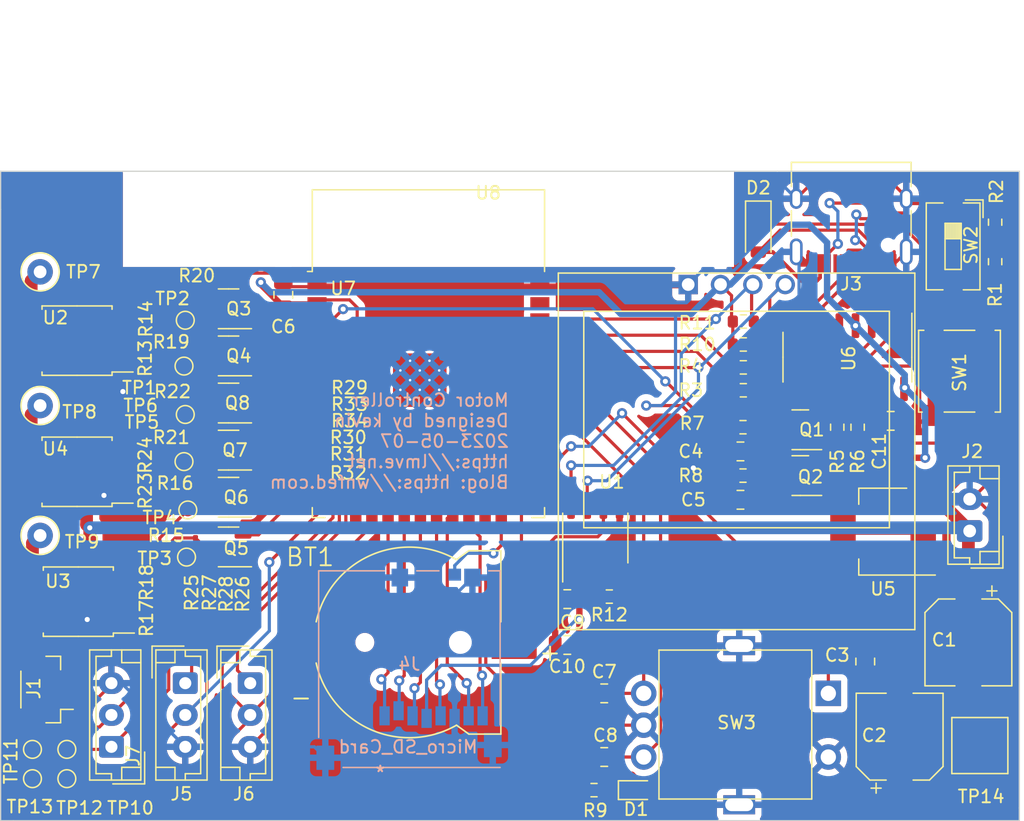
<source format=kicad_pcb>
(kicad_pcb (version 20221018) (generator pcbnew)
  (layers (0 "F.Cu" signal) (31 "B.Cu" signal) (34 "B.Paste" user) (35 "F.Paste" user) (36 "B.SilkS" user "B.Silkscreen") (37 "F.SilkS" user "F.Silkscreen") (38 "B.Mask" user) (39 "F.Mask" user) (44 "Edge.Cuts" user))
  (net 0 "")
  (net 1 "Net-(BT1-+)")
  (net 2 "GND")
  (net 3 "+12V")
  (net 4 "VCC")
  (net 5 "/EN")
  (net 6 "/IO0")
  (net 7 "/EN_A")
  (net 8 "/EN_B")
  (net 9 "Net-(D1-K)")
  (net 10 "Net-(J1-Pin_1)")
  (net 11 "Net-(J1-Pin_2)")
  (net 12 "Net-(J1-Pin_3)")
  (net 13 "/USB_VDD")
  (net 14 "Net-(J3-CC1)")
  (net 15 "Net-(U6-UD+)")
  (net 16 "Net-(U6-UD-)")
  (net 18 "Net-(J3-CC2)")
  (net 20 "Net-(J4-DAT1)")
  (net 21 "Net-(J4-DAT0)")
  (net 22 "Net-(J4-CLK)")
  (net 23 "Net-(J4-CMD)")
  (net 24 "Net-(J4-DAT3{slash}CD)")
  (net 25 "Net-(J4-DAT2)")
  (net 26 "/SD_DET")
  (net 27 "Net-(Q1-B)")
  (net 28 "Net-(Q1-E)")
  (net 29 "Net-(Q2-B)")
  (net 30 "Net-(Q2-E)")
  (net 31 "Net-(Q3-C)")
  (net 32 "Net-(Q3-B)")
  (net 33 "Net-(Q4-C)")
  (net 34 "Net-(Q4-B)")
  (net 35 "Net-(Q5-C)")
  (net 36 "Net-(Q5-B)")
  (net 37 "Net-(Q6-C)")
  (net 38 "Net-(Q6-B)")
  (net 39 "Net-(Q7-C)")
  (net 40 "Net-(Q7-B)")
  (net 41 "Net-(Q8-C)")
  (net 42 "Net-(Q8-B)")
  (net 43 "Net-(U6-TXD)")
  (net 44 "/TXD")
  (net 45 "Net-(U6-RXD)")
  (net 46 "/RXD")
  (net 47 "Net-(J5-Pin_1)")
  (net 48 "/SDL")
  (net 49 "/SCL")
  (net 50 "Net-(U1-~{RST})")
  (net 51 "/EN_C")
  (net 63 "Net-(J5-Pin_2)")
  (net 64 "Net-(J6-Pin_1)")
  (net 65 "Net-(J6-Pin_2)")
  (net 66 "Net-(J7-Pin_1)")
  (net 67 "Net-(J7-Pin_2)")
  (net 68 "Net-(U7-IO4)")
  (net 69 "Net-(U7-IO25)")
  (net 71 "Net-(U7-IO26)")
  (net 72 "/S2RXD")
  (net 73 "/S2TXD")
  (net 75 "Net-(U7-IO27)")
  (net 76 "Net-(U7-IO32)")
  (net 77 "Net-(U7-IO14)")
  (net 79 "Net-(U7-IO33)")
  (footprint "Resistor_SMD:R_0603_1608Metric" (layer "F.Cu") (at 103.6 89.6)
    (fp_text reference "R9")
    (fp_text value "10K")
  )
  (footprint "Resistor_SMD:R_0201_0603Metric" (layer "F.Cu") (at 73.2 76.3 90)
    (fp_text reference "R27")
    (fp_text value "10K")
  )
  (footprint "TestPoint:TestPoint_Pad_D1.0mm" (layer "F.Cu") (at 71.5 60.1)
    (fp_text reference "TP6")
    (fp_text value "~")
  )
  (footprint "Resistor_SMD:R_0603_1608Metric" (layer "F.Cu") (at 115.3 61.1 180)
    (fp_text reference "R7")
    (fp_text value "10K")
  )
  (footprint "Package_TO_SOT_SMD:SOT-23" (layer "F.Cu") (at 119.8 64.9 180)
    (fp_text reference "Q2")
    (fp_text value "BC846")
  )
  (footprint "Package_SO:SOP-8_5.28x5.23mm_P1.27mm" (layer "F.Cu") (at 63.1 74.8 180)
    (fp_text reference "U3")
    (fp_text value "~")
  )
  (footprint "A_MY:BAT_BC501SM" (layer "F.Cu") (at 89.1 78)
    (fp_text reference "BT1")
    (fp_text value "Battery")
  )
  (footprint "Package_TO_SOT_SMD:SOT-23-3" (layer "F.Cu") (at 74.9 62.9 180)
    (fp_text reference "Q7")
    (fp_text value "PNP")
  )
  (footprint "TestPoint:TestPoint_Pad_D1.0mm" (layer "F.Cu") (at 71.4 63.8)
    (fp_text reference "TP5")
    (fp_text value "~")
  )
  (footprint "Resistor_SMD:R_0201_0603Metric" (layer "F.Cu") (at 69.4 52.8 90)
    (fp_text reference "R14")
    (fp_text value "10K")
  )
  (footprint "Resistor_SMD:R_0201_0603Metric" (layer "F.Cu") (at 79.2 58 180)
    (fp_text reference "R29")
    (fp_text value "10K")
  )
  (footprint "Connector_JST:JST_SH_BM03B-SRSS-TB_1x03-1MP_P1.00mm_Vertical" (layer "F.Cu") (at 60.6 81.7 90)
    (fp_text reference "J1")
    (fp_text value "motor")
  )
  (footprint "Capacitor_SMD:C_0805_2012Metric" (layer "F.Cu") (at 104.4 82 180)
    (fp_text reference "C7")
    (fp_text value "104")
  )
  (footprint "Package_TO_SOT_SMD:SOT-23-3" (layer "F.Cu") (at 74.9 66.6 180)
    (fp_text reference "Q6")
    (fp_text value "NPN")
  )
  (footprint "Resistor_SMD:R_0201_0603Metric" (layer "F.Cu") (at 72.2 54.5 -90)
    (fp_text reference "R19")
    (fp_text value "10K")
  )
  (footprint "TestPoint:TestPoint_Loop_D1.80mm_Drill1.0mm_Beaded" (layer "F.Cu") (at 60.1 59.4)
    (fp_text reference "TP8")
    (fp_text value "~")
  )
  (footprint "Resistor_SMD:R_0603_1608Metric" (layer "F.Cu") (at 115.325 56.4 180)
    (fp_text reference "R4")
    (fp_text value "10R")
  )
  (footprint "Button_Switch_SMD:SW_DIP_SPSTx01_Slide_6.7x4.1mm_W6.73mm_P2.54mm_LowProfile_JPin" (layer "F.Cu") (at 131.8 46.9 -90)
    (fp_text reference "SW2")
    (fp_text value "UPGREADE")
  )
  (footprint "Resistor_SMD:R_0201_0603Metric" (layer "F.Cu") (at 72.3 50.8 -90)
    (fp_text reference "R20")
    (fp_text value "10K")
  )
  (footprint "Package_SO:SOP-8_5.28x5.23mm_P1.27mm" (layer "F.Cu") (at 63 54.3 180)
    (fp_text reference "U2")
    (fp_text value "~")
  )
  (footprint "Capacitor_SMD:C_0805_2012Metric" (layer "F.Cu") (at 79.2 50.7 -90)
    (fp_text reference "C6")
    (fp_text value "104")
  )
  (footprint "TestPoint:TestPoint_Pad_D1.0mm" (layer "F.Cu") (at 71.4 56.3)
    (fp_text reference "TP1")
    (fp_text value "~")
  )
  (footprint "Resistor_SMD:R_0603_1608Metric" (layer "F.Cu") (at 115.325 58.2 180)
    (fp_text reference "R3")
    (fp_text value "10R")
  )
  (footprint "Resistor_SMD:R_0201_0603Metric" (layer "F.Cu") (at 79.2 64 180)
    (fp_text reference "R32")
    (fp_text value "10K")
  )
  (footprint "Resistor_SMD:R_0201_0603Metric" (layer "F.Cu") (at 74.4 76.3 90)
    (fp_text reference "R28")
    (fp_text value "10K")
  )
  (footprint "Resistor_SMD:R_0201_0603Metric" (layer "F.Cu") (at 79.2 59 180)
    (fp_text reference "R33")
    (fp_text value "10K")
  )
  (footprint "LED_SMD:LED_0603_1608Metric" (layer "F.Cu") (at 107 89.6)
    (fp_text reference "D1")
    (fp_text value "LED")
  )
  (footprint "Connector_JST:JST_EH_B3B-EH-A_1x03_P2.50mm_Vertical" (layer "F.Cu") (at 71.5 81.2 -90)
    (fp_text reference "J5")
    (fp_text value "speedA")
  )
  (footprint "TestPoint:TestPoint_Pad_D1.0mm" (layer "F.Cu") (at 59.5 86.4)
    (fp_text reference "TP11")
    (fp_text value "~")
  )
  (footprint "Package_TO_SOT_SMD:SOT-23-3" (layer "F.Cu") (at 74.9 51.8 180)
    (fp_text reference "Q3")
    (fp_text value "NPN")
  )
  (footprint "Resistor_SMD:R_0603_1608Metric" (layer "F.Cu") (at 122.7 61.1 -90)
    (fp_text reference "R5")
    (fp_text value "10K")
  )
  (footprint "Resistor_SMD:R_0201_0603Metric" (layer "F.Cu") (at 72 76.3 -90)
    (fp_text reference "R25")
    (fp_text value "100")
  )
  (footprint "Resistor_SMD:R_0201_0603Metric" (layer "F.Cu") (at 79.2 62.7 180)
    (fp_text reference "R31")
    (fp_text value "10K")
  )
  (footprint "Resistor_SMD:R_0603_1608Metric" (layer "F.Cu") (at 104.8 74.4 180)
    (fp_text reference "R12")
    (fp_text value "10K")
  )
  (footprint "TestPoint:TestPoint_Pad_D1.0mm" (layer "F.Cu") (at 62.2 86.4)
    (fp_text reference "TP10")
    (fp_text value "~")
  )
  (footprint "TestPoint:TestPoint_Loop_D1.80mm_Drill1.0mm_Beaded" (layer "F.Cu") (at 60.1 69.6)
    (fp_text reference "TP9")
    (fp_text value "~")
  )
  (footprint "Resistor_SMD:R_0201_0603Metric" (layer "F.Cu") (at 72.3 69.48 -90)
    (fp_text reference "R15")
    (fp_text value "10K")
  )
  (footprint "TestPoint:TestPoint_Pad_D1.0mm" (layer "F.Cu") (at 59.5 88.7)
    (fp_text reference "TP13")
    (fp_text value "~")
  )
  (footprint "Resistor_SMD:R_0201_0603Metric" (layer "F.Cu") (at 69.4 55.7 90)
    (fp_text reference "R13")
    (fp_text value "10K")
  )
  (footprint "Capacitor_SMD:C_0805_2012Metric" (layer "F.Cu") (at 104.4 87 180)
    (fp_text reference "C8")
    (fp_text value "104")
  )
  (footprint "A_MY:OLED12864" (layer "F.Cu") (at 100.795 48.995)
    (fp_text reference "U8")
    (fp_text value "OLED_12864")
  )
  (footprint "Resistor_SMD:R_0201_0603Metric" (layer "F.Cu") (at 72.3 65.6 -90)
    (fp_text reference "R16")
    (fp_text value "10K")
  )
  (footprint "Package_TO_SOT_SMD:SOT-223-3_TabPin2" (layer "F.Cu") (at 126.3 69.3 180)
    (fp_text reference "U5")
    (fp_text value "LM1117MP-3.3")
  )
  (footprint "Package_SO:SOIC-16_3.9x9.9mm_P1.27mm" (layer "F.Cu") (at 123.5 55.6 -90)
    (fp_text reference "U6")
    (fp_text value "CH340C")
  )
  (footprint "Capacitor_SMD:C_0805_2012Metric" (layer "F.Cu") (at 115.1 63 180)
    (fp_text reference "C4")
    (fp_text value "1uF")
  )
  (footprint "Resistor_SMD:R_0201_0603Metric" (layer "F.Cu") (at 69.4 66.1 90)
    (fp_text reference "R23")
    (fp_text value "10K")
  )
  (footprint "TestPoint:TestPoint_Pad_D1.0mm" (layer "F.Cu") (at 71.5 52.7)
    (fp_text reference "TP2")
    (fp_text value "~")
  )
  (footprint "Resistor_SMD:R_0603_1608Metric" (layer "F.Cu") (at 135.1 45 90)
    (fp_text reference "R2")
    (fp_text value "5.1K")
  )
  (footprint "Resistor_SMD:R_0603_1608Metric" (layer "F.Cu") (at 115.325 52.8 180)
    (fp_text reference "R11")
    (fp_text value "10K")
  )
  (footprint "Resistor_SMD:R_0201_0603Metric" (layer "F.Cu") (at 69.5 73.3 90)
    (fp_text reference "R18")
    (fp_text value "10K")
  )
  (footprint "Resistor_SMD:R_0201_0603Metric" (layer "F.Cu") (at 69.4 63.3 90)
    (fp_text reference "R24")
    (fp_text value "10K")
  )
  (footprint "Connector_JST:JST_EH_B3B-EH-A_1x03_P2.50mm_Vertical" (layer "F.Cu") (at 65.7 86.2 90)
    (fp_text reference "J7")
    (fp_text value "ADC")
  )
  (footprint "TestPoint:TestPoint_Pad_D1.0mm" (layer "F.Cu") (at 71.7 67.6)
    (fp_text reference "TP4")
    (fp_text value "~")
  )
  (footprint "Resistor_SMD:R_0201_0603Metric" (layer "F.Cu") (at 69.5 76.12 90)
    (fp_text reference "R17")
    (fp_text value "10K")
  )
  (footprint "Resistor_SMD:R_0201_0603Metric" (layer "F.Cu") (at 79.2 60.2 180)
    (fp_text reference "R34")
    (fp_text value "10K")
  )
  (footprint "TestPoint:TestPoint_Pad_D1.0mm" (layer "F.Cu") (at 62.2 88.7)
    (fp_text reference "TP12")
    (fp_text value "~")
  )
  (footprint "Capacitor_SMD:C_0805_2012Metric" (layer "F.Cu") (at 101.5 74.6 180)
    (fp_text reference "C9")
    (fp_text value "100nF")
  )
  (footprint "Connector_JST:JST_EH_B2B-EH-A_1x02_P2.50mm_Vertical" (layer "F.Cu") (at 133.1 69.25 90)
    (fp_text reference "J2")
    (fp_text value "power12V")
  )
  (footprint "Capacitor_SMD:C_0805_2012Metric" (layer "F.Cu") (at 124.9 79.5 90)
    (fp_text reference "C3")
    (fp_text value "100nF")
  )
  (footprint "Resistor_SMD:R_0603_1608Metric" (layer "F.Cu") (at 115.325 54.6 180)
    (fp_text reference "R10")
    (fp_text value "10K")
  )
  (footprint "Package_SO:SOP-8_5.28x5.23mm_P1.27mm" (layer "F.Cu") (at 63 64.6 180)
    (fp_text reference "U4")
    (fp_text value "~")
  )
  (footprint "Package_TO_SOT_SMD:SOT-23-3" (layer "F.Cu") (at 74.9 70.5 180)
    (fp_text reference "Q5")
    (fp_text value "PNP")
  )
  (footprint "Capacitor_SMD:C_0805_2012Metric" (layer "F.Cu") (at 115.1 66.8 180)
    (fp_text reference "C5")
    (fp_text value "1uF")
  )
  (footprint "Capacitor_SMD:C_0805_2012Metric" (layer "F.Cu") (at 101.5 78.2 180)
    (fp_text reference "C10")
    (fp_text value "100nF")
  )
  (footprint "Package_TO_SOT_SMD:SOT-23-3" (layer "F.Cu") (at 74.9 59.2 180)
    (fp_text reference "Q8")
    (fp_text value "NPN")
  )
  (footprint "Connector_USB:USB_C_Receptacle_HRO_TYPE-C-31-M-12" (layer "F.Cu") (at 123.8 44.2 180)
    (fp_text reference "J3")
    (fp_text value "USB_C_Receptacle_USB2.0")
  )
  (footprint "Diode_SMD:D_SOD-123" (layer "F.Cu") (at 116.5 45.7 -90)
    (fp_text reference "D2")
    (fp_text value "1N4148W")
  )
  (footprint "TestPoint:TestPoint_Loop_D1.80mm_Drill1.0mm_Beaded" (layer "F.Cu") (at 60.1 48.9)
    (fp_text reference "TP7")
    (fp_text value "~")
  )
  (footprint "Capacitor_SMD:CP_Elec_6.3x5.9" (layer "F.Cu") (at 127.6 85.4 90)
    (fp_text reference "C2")
    (fp_text value "100uF")
  )
  (footprint "Resistor_SMD:R_0603_1608Metric" (layer "F.Cu") (at 115.3 64.9 180)
    (fp_text reference "R8")
    (fp_text value "10K")
  )
  (footprint "RF_Module:ESP32-WROOM-32" (layer "F.Cu") (at 90.595 58.315)
    (fp_text reference "U7")
    (fp_text value "ESP32-WROOM-32")
  )
  (footprint "Button_Switch_SMD:SW_Push_1P1T_NO_CK_KSC6xxJ" (layer "F.Cu") (at 132.3 56.7 -90)
    (fp_text reference "SW1")
    (fp_text value "RES")
  )
  (footprint "Package_TO_SOT_SMD:SOT-23-3" (layer "F.Cu") (at 74.9 55.5 180)
    (fp_text reference "Q4")
    (fp_text value "PNP")
  )
  (footprint "Resistor_SMD:R_0201_0603Metric" (layer "F.Cu") (at 72.3 58.255 -90)
    (fp_text reference "R22")
    (fp_text value "10K")
  )
  (footprint "Resistor_SMD:R_0603_1608Metric" (layer "F.Cu") (at 135.1 48.1 -90)
    (fp_text reference "R1")
    (fp_text value "5.1K")
  )
  (footprint "Package_SO:SOIC-8_3.9x4.9mm_P1.27mm" (layer "F.Cu") (at 103.7 69.8 90)
    (fp_text reference "U1")
    (fp_text value "DS3231MZ")
  )
  (footprint "Package_TO_SOT_SMD:SOT-23" (layer "F.Cu") (at 119.8 61.3 180)
    (fp_text reference "Q1")
    (fp_text value "BC846")
  )
  (footprint "Resistor_SMD:R_0201_0603Metric" (layer "F.Cu") (at 79.2 61.5 180)
    (fp_text reference "R30")
    (fp_text value "10K")
  )
  (footprint "Resistor_SMD:R_0201_0603Metric" (layer "F.Cu") (at 72.2 61.855 -90)
    (fp_text reference "R21")
    (fp_text value "10K")
  )
  (footprint "Capacitor_SMD:C_0805_2012Metric" (layer "F.Cu") (at 126.9 60.6 180)
    (fp_text reference "C11")
    (fp_text value "100nF")
  )
  (footprint "Connector_JST:JST_EH_B3B-EH-A_1x03_P2.50mm_Vertical" (layer "F.Cu") (at 76.6 81.2 -90)
    (fp_text reference "J6")
    (fp_text value "speedB")
  )
  (footprint "TestPoint:TestPoint_Pad_4.0x4.0mm" (layer "F.Cu") (at 133.9 86.1)
    (fp_text reference "TP14")
    (fp_text value "~")
  )
  (footprint "Resistor_SMD:R_0201_0603Metric" (layer "F.Cu") (at 75.6 76.3 -90)
    (fp_text reference "R26")
    (fp_text value "100")
  )
  (footprint "A_MY:EC11" (layer "F.Cu") (at 115 84.5 -90)
    (fp_text reference "SW3")
    (fp_text value "EnCoder")
  )
  (footprint "TestPoint:TestPoint_Pad_D1.0mm" (layer "F.Cu") (at 71.6 71.3)
    (fp_text reference "TP3")
    (fp_text value "~")
  )
  (footprint "Resistor_SMD:R_0603_1608Metric" (layer "F.Cu") (at 124.3 61.1 -90)
    (fp_text reference "R6")
    (fp_text value "10K")
  )
  (footprint "Capacitor_SMD:CP_Elec_6.3x5.9" (layer "F.Cu") (at 133 78 -90)
    (fp_text reference "C1")
    (fp_text value "100uF")
  )
  (footprint "A_MY:473521001_SD" (layer "B.Cu") (at 89.1 80.1 180)
    (fp_text reference "J4")
    (fp_text value "Micro_SD_Card")
  )
  (gr_line (start 137 92) (end 58 92) (stroke (width 0.1)) (layer "Edge.Cuts"))
  (gr_line (start 57 92) (end 57 44) (stroke (width 0.1)) (layer "Edge.Cuts"))
  (gr_line (start 137 91) (end 137 92) (stroke (width 0.1)) (layer "Edge.Cuts"))
  (gr_line (start 137 41) (end 137 91) (stroke (width 0.1)) (layer "Edge.Cuts"))
  (gr_line (start 118 41) (end 137 41) (stroke (width 0.1)) (layer "Edge.Cuts"))
  (gr_line (start 57 44) (end 57 41) (stroke (width 0.1)) (layer "Edge.Cuts"))
  (gr_line (start 57 41) (end 118 41) (stroke (width 0.1)) (layer "Edge.Cuts"))
  (gr_line (start 58 92) (end 57 92) (stroke (width 0.1)) (layer "Edge.Cuts"))
  (gr_text "Motor Controller\nDesigned by kevin\n2023-05-07\nhttps://lmve.net\nBlog: https://wnfed.com" (at 97 66) (layer "B.SilkS") (effects (font (size 1 1)) (justify left bottom mirror)))
  (segment (start 97.33 78) (end 97.33 72.97) (width 0.25) (layer "F.Cu") (net 1))
  (segment (start 104.335 69.265) (end 104.335 67.325) (width 0.25) (layer "F.Cu") (net 1))
  (segment (start 103.9 69.7) (end 104.335 69.265) (width 0.25) (layer "F.Cu") (net 1))
  (segment (start 100.6 69.7) (end 103.9 69.7) (width 0.25) (layer "F.Cu") (net 1))
  (segment (start 97.33 72.97) (end 100.6 69.7) (width 0.25) (layer "F.Cu") (net 1))
  (segment (start 135.9 48.125) (end 135.9 44.975) (width 0.25) (layer "F.Cu") (net 2))
  (segment (start 133.65 66.75) (end 133.1 66.75) (width 0.25) (layer "F.Cu") (net 2))
  (segment (start 73.7625 59.2) (end 72.925 59.2) (width 0.25) (layer "F.Cu") (net 2))
  (segment (start 120.55 48.245) (end 120.395 48.245) (width 0.25) (layer "F.Cu") (net 2))
  (segment (start 130.3 59.688173) (end 127.988173 62) (width 0.25) (layer "F.Cu") (net 2))
  (segment (start 73.7625 51.8) (end 72.98 51.8) (width 0.25) (layer "F.Cu") (net 2))
  (segment (start 107.5 84.5) (end 103.45 84.5) (width 0.25) (layer "F.Cu") (net 2))
  (segment (start 69.235 76.705) (end 69.5 76.44) (width 0.25) (layer "F.Cu") (net 2))
  (segment (start 65.7 81.2) (end 65.7 76.705) (width 0.25) (layer "F.Cu") (net 2))
  (segment (start 69.4 66.42) (end 71.8 66.42) (width 0.25) (layer "F.Cu") (net 2))
  (segment (start 59.4 84) (end 59.4 79.4) (width 0.25) (layer "F.Cu") (net 2))
  (segment (start 133 79.6) (end 130.9 77.5) (width 0.25) (layer "F.Cu") (net 2))
  (segment (start 120.395 48.245) (end 119.48 47.33) (width 0.25) (layer "F.Cu") (net 2))
  (segment (start 135.4 68.5) (end 133.65 66.75) (width 0.25) (layer "F.Cu") (net 2))
  (segment (start 66.7 76.705) (end 69.235 76.705) (width 0.25) (layer "F.Cu") (net 2))
  (segment (start 103.45 82) (end 103.45 84.5) (width 0.25) (layer "F.Cu") (net 2))
  (segment (start 125.95 61.55) (end 125.95 60.6) (width 0.25) (layer "F.Cu") (net 2))
  (segment (start 135.3 52.4) (end 134.7 51.8) (width 0.25) (layer "F.Cu") (net 2))
  (segment (start 115.2 66.4) (end 114.8 66.8) (width 0.25) (layer "F.Cu") (net 2))
  (segment (start 133 80.8) (end 133 79.6) (width 0.25) (layer "F.Cu") (net 2))
  (segment (start 66.6 66.505) (end 69.315 66.505) (width 0.25) (layer "F.Cu") (net 2))
  (segment (start 84.885 67.825) (end 84.885 62.435) (width 0.25) (layer "F.Cu") (net 2))
  (segment (start 128.07 53) (end 127.945 53.125) (width 0.25) (layer "F.Cu") (net 2))
  (segment (start 66.6 56.205) (end 69.215 56.205) (width 0.25) (layer "F.Cu") (net 2))
  (segment (start 130.3 59.6) (end 130.3 59.688173) (width 0.25) (layer "F.Cu") (net 2))
  (segment (start 114.9 63) (end 115.2 63.3) (width 0.25) (layer "F.Cu") (net 2))
  (segment (start 114.15 66.8) (end 111.65 64.3) (width 0.25) (layer "F.Cu") (net 2))
  (segment (start 128.12 43.02) (end 127.1 42) (width 0.25) (layer "F.Cu") (net 2))
  (segment (start 106.7 70.6) (end 105.605 69.505) (width 0.25) (layer "F.Cu") (net 2))
  (segment (start 66.6 66.505) (end 65.164779 66.505) (width 1) (layer "F.Cu") (net 2))
  (segment (start 131.8 43.535) (end 128.505 43.535) (width 0.25) (layer "F.Cu") (net 2))
  (segment (start 84.885 62.435) (end 89.915 57.405) (width 0.25) (layer "F.Cu") (net 2))
  (segment (start 133.9 86.1) (end 133.9 81.7) (width 0.25) (layer "F.Cu") (net 2))
  (segment (start 69.4 56.02) (end 71.955 58.575) (width 0.25) (layer "F.Cu") (net 2))
  (segment (start 136.648503 63.351497) (end 133.25 66.75) (width 0.25) (layer "F.Cu") (net 2))
  (segment (start 72.98 51.8) (end 72.3 51.12) (width 0.25) (layer "F.Cu") (net 2))
  (segment (start 111.65 64.3) (end 111.4 64.3) (width 0.25) (layer "F.Cu") (net 2))
  (segment (start 133.25 66.75) (end 133.1 66.75) (width 0.25) (layer "F.Cu") (net 2))
  (segment (start 103.45 80.05) (end 106.7 76.8) (width 0.25) (layer "F.Cu") (net 2))
  (segment (start 115.2 63.3) (end 115.2 66.4) (width 0.25) (layer "F.Cu") (net 2))
  (segment (start 100.55 74.6) (end 100.55 71.05) (width 0.25) (layer "F.Cu") (net 2))
  (segment (start 134.46 43.535) (end 131.8 43.535) (width 0.25) (layer "F.Cu") (net 2))
  (segment (start 101.2 70.4) (end 104.71 70.4) (width 0.25) (layer "F.Cu") (net 2))
  (segment (start 72.108959 51.12) (end 71.6 50.611041) (width 0.25) (layer "F.Cu") (net 2))
  (segment (start 103.45 84.5) (end 103.45 86.9) (width 0.25) (layer "F.Cu") (net 2))
  (segment (start 135.1 44.175) (end 134.46 43.535) (width 0.25) (layer "F.Cu") (net 2))
  (segment (start 127.945 53.125) (end 127.945 50.645) (width 0.25) (layer "F.Cu") (net 2))
  (segment (start 135.3 61.15) (end 135.3 52.4) (width 0.25) (layer "F.Cu") (net 2))
  (segment (start 72.0005 48.9995) (end 78.4495 48.9995) (width 0.25) (layer "F.Cu") (net 2))
  (segment (start 73.7625 66.6) (end 72.98 66.6) (width 0.25) (layer "F.Cu") (net 2))
  (segment (start 89.915 54.415) (end 89.915 57.405) (width 0.25) (layer "F.Cu") (net 2))
  (segment (start 127.988173 62) (end 126.4 62) (width 0.25) (layer "F.Cu") (net 2))
  (segment (start 127.205 48.245) (end 128.12 47.33) (width 0.25) (layer "F.Cu") (net 2))
  (segment (start 89.915 57.405) (end 97.255 50.065) (width 0.25) (layer "F.Cu") (net 2))
  (segment (start 128.62 53.8) (end 127.945 53.125) (width 0.25) (layer "F.Cu") (net 2))
  (segment (start 81.845 50.065) (end 85.565 50.065) (width 0.25) (layer "F.Cu") (net 2))
  (segment (start 127.05 49.75) (end 127.05 48.245) (width 0.25) (layer "F.Cu") (net 2))
  (segment (start 71.6 50.611041) (end 71.6 49.4) (width 0.25) (layer "F.Cu") (net 2))
  (segment (start 128.505 43.535) (end 128.12 43.15) (width 0.25) (layer "F.Cu") (net 2))
  (segment (start 114.8 66.8) (end 114.15 66.8) (width 0.25) (layer "F.Cu") (net 2))
  (segment (start 134.7 51.8) (end 132.3 51.8) (width 0.25) (layer "F.Cu") (net 2))
  (segment (start 135.1 48.925) (end 135.9 48.125) (width 0.25) (layer "F.Cu") (net 2))
  (segment (start 65.7 81.3) (end 65.7 81.2) (width 0.25) (layer "F.Cu") (net 2))
  (segment (start 132.6 61.9) (end 134.55 61.9) (width 0.25) (layer "F.Cu") (net 2))
  (segment (start 127.945 50.645) (end 127.05 49.75) (width 0.25) (layer "F.Cu") (net 2))
  (segment (start 64.305 76.705) (end 65.7 76.705) (width 1) (layer "F.Cu") (net 2))
  (segment (start 133.9 86.1) (end 129.25 90.75) (width 0.25) (layer "F.Cu") (net 2))
  (segment (start 133 80.8) (end 129.4 80.8) (width 0.25) (layer "F.Cu") (net 2))
  (segment (start 85.565 50.065) (end 89.915 54.415) (width 0.25) (layer "F.Cu") (net 2))
  (segment (start 59.4 84) (end 63 84) (width 0.25) (layer "F.Cu") (net 2))
  (segment (start 127.6 81.25) (end 127.6 82.6) (width 0.25) (layer "F.Cu") (net 2))
  (segment (start 105.605 69.505) (end 105.605 67.325) (width 0.25) (layer "F.Cu") (net 2))
  (segment (start 63 84) (end 65.7 81.3) (width 0.25) (layer "F.Cu") (net 2))
  (segment (start 124.9 78.55) (end 127.6 81.25) (width 0.25) (layer "F.Cu") (net 2))
  (segment (start 103.45 82) (end 103.45 80.05) (width 0.25) (layer "F.Cu") (net 2))
  (segment (start 69.315 66.505) (end 69.4 66.42) (width 0.25) (layer "F.Cu") (net 2))
  (segment (start 126.4 62) (end 125.95 61.55) (width 0.25) (layer "F.Cu") (net 2))
  (segment (start 120.63 42) (end 119.48 43.15) (width 0.25) (layer "F.Cu") (net 2))
  (segment (start 65.7 76.705) (end 66.7 76.705) (width 1) (layer "F.Cu") (net 2))
  (segment (start 104.71 70.4) (end 105.605 69.505) (width 0.25) (layer "F.Cu") (net 2))
  (segment (start 129.4 80.8) (end 127.6 82.6) (width 0.25) (layer "F.Cu") (net 2))
  (segment (start 71.955 58.575) (end 72.3 58.575) (width 0.25) (layer "F.Cu") (net 2))
  (segment (start 100.55 74.6) (end 100.55 78.2) (width 0.25) (layer "F.Cu") (net 2))
  (segment (start 128.12 43.15) (end 128.12 43.02) (width 0.25) (layer "F.Cu") (net 2))
  (segment (start 106.7 76.8) (end 106.7 70.6) (width 0.25) (layer "F.Cu") (net 2))
  (segment (start 72.3 51.12) (end 72.108959 51.12) (width 0.25) (layer "F.Cu") (net 2))
  (segment (start 132.3 51.8) (end 130.3 53.8) (width 0.25) (layer "F.Cu") (net 2))
  (segment (start 63.8 76.2) (end 64.305 76.705) (width 1) (layer "F.Cu") (net 2))
  (segment (start 72.98 66.6) (end 72.3 65.92) (width 0.25) (layer "F.Cu") (net 2))
  (segment (start 81.53 78) (end 81.53 81.27) (width 0.25) (layer "F.Cu") (net 2))
  (segment (start 134.55 61.9) (end 135.3 61.15) (width 0.25) (layer "F.Cu") (net 2))
  (segment (start 135.1 48.925) (end 136.648503 50.473503) (width 0.25) (layer "F.Cu") (net 2))
  (segment (start 135.4 78.4) (end 135.4 68.5) (width 0.25) (layer "F.Cu") (net 2))
  (segment (start 65.164779 66.505) (end 65.114398 66.454619) (width 1) (layer "F.Cu") (net 2))
  (segment (start 69.215 56.205) (end 69.4 56.02) (width 0.25) (layer "F.Cu") (net 2))
  (segment (start 79.2 49.75) (end 79.515 50.065) (width 0.25) (layer "F.Cu") (net 2))
  (segment (start 81.53 81.27) (end 76.6 86.2) (width 0.25) (layer "F.Cu") (net 2))
  (segment (start 127.05 48.245) (end 127.205 48.245) (width 0.25) (layer "F.Cu") (net 2))
  (segment (start 130.9 77.5) (end 130.9 73.05) (width 0.25) (layer "F.Cu") (net 2))
  (segment (start 130.9 73.05) (end 129.45 71.6) (width 0.25) (layer "F.Cu") (net 2))
  (segment (start 71.8 66.42) (end 72.3 65.92) (width 0.25) (layer "F.Cu") (net 2))
  (segment (start 114.15 63) (end 114.9 63) (width 0.25) (layer "F.Cu") (net 2))
  (segment (start 99.345 50.065) (end 110.825 50.065) (width 0.25) (layer "F.Cu") (net 2))
  (segment (start 133.9 81.7) (end 133 80.8) (width 0.25) (layer "F.Cu") (net 2))
  (segment (start 110.825 50.065) (end 110.995 49.895) (width 0.25) (layer "F.Cu") (net 2))
  (segment (start 129.25 90.75) (end 115 90.75) (width 0.25) (layer "F.Cu") (net 2))
  (segment (start 79.515 50.065) (end 81.845 50.065) (width 0.25) (layer "F.Cu") (net 2))
  (segment (start 78.4495 48.9995) (end 79.2 49.75) (width 0.25) (layer "F.Cu") (net 2))
  (segment (start 103.45 86.9) (end 103.55 87) (width 0.25) (layer "F.Cu") (net 2))
  (segment (start 127.1 42) (end 120.63 42) (width 0.25) (layer "F.Cu") (net 2))
  (segment (start 136.648503 50.473503) (end 136.648503 63.351497) (width 0.25) (layer "F.Cu") (net 2))
  (segment (start 71.6 49.4) (end 72.0005 48.9995) (width 0.25) (layer "F.Cu") (net 2))
  (segment (start 135.9 44.975) (end 135.1 44.175) (width 0.25) (layer "F.Cu") (net 2))
  (segment (start 66.6 58.3) (end 66.6 56.205) (width 1) (layer "F.Cu") (net 2))
  (segment (start 130.3 53.8) (end 128.62 53.8) (width 0.25) (layer "F.Cu") (net 2))
  (segment (start 100.55 71.05) (end 101.2 70.4) (width 0.25) (layer "F.Cu") (net 2))
  (segment (start 72.925 59.2) (end 72.3 58.575) (width 0.25) (layer "F.Cu") (net 2))
  (segment (start 130.3 59.6) (end 132.6 61.9) (width 0.25) (layer "F.Cu") (net 2))
  (segment (start 133 80.8) (end 135.4 78.4) (width 0.25) (layer "F.Cu") (net 2))
  (segment (start 97.255 50.065) (end 99.345 50.065) (width 0.25) (layer "F.Cu") (net 2))
  (via (at 63.8 76.2) (size 0.8) (drill 0.4) (layers "F.Cu" "B.Cu") (net 2))
  (via (at 111.4 64.3) (size 0.8) (drill 0.4) (layers "F.Cu" "B.Cu") (net 2))
  (via (at 65.114398 66.454619) (size 0.8) (drill 0.4) (layers "F.Cu" "B.Cu") (net 2))
  (via (at 66.6 58.3) (size 0.8) (drill 0.4) (layers "F.Cu" "B.Cu") (net 2))
  (segment (start 91.3 74.5) (end 92.4572 74.5) (width 0.25) (layer "B.Cu") (net 2))
  (segment (start 115.1 43.2) (end 116 42.3) (width 0.25) (layer "B.Cu") (net 2))
  (segment (start 92.4572 74.5) (end 94.05 72.9072) (width 0.25) (layer "B.Cu") (net 2))
  (segment (start 88.3501 72.907204) (end 87.292796 72.907204) (width 0.25) (layer "B.Cu") (net 2))
  (segment (start 65.409779 66.75) (end 65.114398 66.454619) (width 1) (layer "B.Cu") (net 2))
  (segment (start 115 78.25) (end 115 80) (width 0.25) (layer "B.Cu") (net 2))
  (segment (start 87.292796 72.907204) (end 84.4 75.8) (width 0.25) (layer "B.Cu") (net 2))
  (segment (start 113.75 78.25) (end 115 78.25) (width 0.25) (layer "B.Cu") (net 2))
  (segment (start 116 42.3) (end 118.63 42.3) (width 0.25) (layer "B.Cu") (net 2))
  (segment (start 92.651 84.9643) (end 92.651 83.965) (width 0.25) (layer "B.Cu") (net 2))
  (segment (start 133.1 66.75) (end 111.5 66.75) (width 1) (layer "B.Cu") (net 2))
  (segment (start 119.702 47.552) (end 119.702 55.998) (width 0.25) (layer "B.Cu") (net 2))
  (segment (start 111.5 66.75) (end 65.409779 66.75) (width 1) (layer "B.Cu") (net 2))
  (segment (start 119.702 55.998) (end 111.4 64.3) (width 0.25) (layer "B.Cu") (net 2))
  (segment (start 119.48 47.33) (end 119.702 47.552) (width 0.25) (layer "B.Cu") (net 2))
  (segment (start 62.7 68.2) (end 64.445381 66.454619) (width 1) (layer "B.Cu") (net 2))
  (segment (start 64.7 60.2) (end 64.7 66.040221) (width 1) (layer "B.Cu") (net 2))
  (segment (start 65.7 81.2) (end 66.5 81.2) (width 0.25) (layer "B.Cu") (net 2))
  (segment (start 118.63 42.3) (end 119.48 43.15) (width 0.25) (layer "B.Cu") (net 2))
  (segment (start 111.4 66.65) (end 111.5 66.75) (width 0.25) (layer "B.Cu") (net 2))
  (segment (start 64.7 66.040221) (end 65.114398 66.454619) (width 1) (layer "B.Cu") (net 2))
  (segment (start 76.6 86.2) (end 81.6411 86.2) (width 0.25) (layer "B.Cu") (net 2))
  (segment (start 88.3501 72.907204) (end 89.707204 72.907204) (width 0.25) (layer "B.Cu") (net 2))
  (segment (start 92.7447 87.0578) (end 93.7446 86.0579) (width 0.25) (layer "B.Cu") (net 2))
  (segment (start 115.1 48.293389) (end 115.1 43.2) (width 0.25) (layer "B.Cu") (net 2))
  (segment (start 128.12 47.33) (end 128.12 43.15) (width 0.25) (layer "B.Cu") (net 2))
  (segment (start 110.995 49.895) (end 112.082 48.808) (width 0.25) (layer "B.Cu") (net 2))
  (segment (start 107.5 84.5) (end 113.75 78.25) (width 0.25) (layer "B.Cu") (net 2))
  (segment (start 84.4 75.8) (end 84.4 81.8) (width 0.25) (layer "B.Cu") (net 2))
  (segment (start 66.5 81.2) (end 71.5 86.2) (width 0.25) (layer "B.Cu") (net 2))
  (segment (start 82.4989 83.7011) (end 82.4989 87.0578) (width 0.25) (layer "B.Cu") (net 2))
  (segment (start 66.6 58.3) (end 64.7 60.2) (width 1) (layer "B.Cu") (net 2))
  (segment (start 111.4 64.3) (end 111.4 66.65) (width 0.25) (layer "B.Cu") (net 2))
  (segment (start 84.4 81.8) (end 82.4989 83.7011) (width 0.25) (layer "B.Cu") (net 2))
  (segment (start 81.6411 86.2) (end 82.4989 87.0578) (width 0.25) (layer "B.Cu") (net 2))
  (segment (start 118.25 90.75) (end 122 87) (width 0.25) (layer "B.Cu") (net 2))
  (segment (start 95.649 86.0579) (end 93.7446 86.0579) (width 0.25) (layer "B.Cu") (net 2))
  (segment (start 63.8 76.2) (end 62.7 75.1) (width 1) (layer "B.Cu") (net 2))
  (segment (start 89.707204 72.907204) (end 91.3 74.5) (width 0.25) (layer "B.Cu") (net 2))
  (segment (start 115 80) (end 122 87) (width 0.25) (layer "B.Cu") (net 2))
  (segment (start 64.445381 66.454619) (end 65.114398 66.454619) (width 1) (layer "B.Cu") (net 2))
  (segment (start 112.082 48.808) (end 114.585389 48.808) (width 0.25) (layer "B.Cu") (net 2))
  (segment (start 115 90.75) (end 118.25 90.75) (width 0.25) (layer "B.Cu") (net 2))
  (segment (start 82.4989 87.0578) (end 92.7447 87.0578) (width 0.25) (layer "B.Cu") (net 2))
  (segment (start 71.5 86.2) (end 76.6 86.2) (width 0.25) (layer "B.Cu") (net 2))
  (segment (start 114.585389 48.808) (end 115.1 48.293389) (width 0.25) (layer "B.Cu") (net 2))
  (segment (start 62.7 75.1) (end 62.7 68.2) (width 1) (layer "B.Cu") (net 2))
  (segment (start 93.7446 86.0579) (end 92.651 84.9643) (width 0.25) (layer "B.Cu") (net 2))
  (segment (start 70.2 70.3) (end 70.7 69.8) (width 0.25) (layer "F.Cu") (net 3))
  (segment (start 68.955 74.165) (end 69.5 73.62) (width 0.25) (layer "F.Cu") (net 3))
  (segment (start 69.055 63.965) (end 69.4 63.62) (width 0.25) (layer "F.Cu") (net 3))
  (segment (start 63.293297 65.0505) (end 63.293297 55.706703) (width 1) (layer "F.Cu") (net 3))
  (segment (start 73.7625 62.9) (end 72.925 62.9) (width 0.25) (layer "F.Cu") (net 3))
  (segment (start 64 69) (end 63.749501 68.749501) (width 1) (layer "F.Cu") (net 3))
  (segment (start 130.231227 47.724501) (end 132.388811 47.724501) (width 0.25) (layer "F.Cu") (net 3))
  (segment (start 69.691041 73.62) (end 70.2 73.111041) (width 0.25) (layer "F.Cu") (net 3))
  (segment (start 64 69) (end 64 73) (width 1) (layer "F.Cu") (net 3))
  (segment (start 70.7 69.8) (end 72.3 69.8) (width 0.25) (layer "F.Cu") (net 3))
  (segment (start 117.599501 45.149501) (end 124.313811 45.149501) (width 0.25) (layer "F.Cu") (net 3))
  (segment (start 69.52 53.12) (end 71.22 54.82) (width 0.25) (layer "F.Cu") (net 3))
  (segment (start 65.165 74.165) (end 66.7 74.165) (width 1) (layer "F.Cu") (net 3))
  (segment (start 63.293297 55.706703) (end 65.335 53.665) (width 1) (layer "F.Cu") (net 3))
  (segment (start 65.335 53.665) (end 66.6 53.665) (width 1) (layer "F.Cu") (net 3))
  (segment (start 133 75.2) (end 133 69.35) (width 1) (layer "F.Cu") (net 3))
  (segment (start 116.5 44.05) (end 117.599501 45.149501) (width 0.25) (layer "F.Cu") (net 3))
  (segment (start 136.199002 51.534692) (end 136.199002 61.522378) (width 0.25) (layer "F.Cu") (net 3))
  (segment (start 64.035 63.965) (end 66.6 63.965) (width 1) (layer "F.Cu") (net 3))
  (segment (start 63.749501 68.749501) (end 63.749501 65.506703) (width 1) (layer "F.Cu") (net 3))
  (segment (start 69.4 53.12) (end 69.52 53.12) (width 0.25) (layer "F.Cu") (net 3))
  (segment (start 66.6 53.665) (end 68.855 53.665) (width 0.25) (layer "F.Cu") (net 3))
  (segment (start 73 70.5) (end 72.3 69.8) (width 0.25) (layer "F.Cu") (net 3))
  (segment (start 133 69.35) (end 133.1 69.25) (width 1) (layer "F.Cu") (net 3))
  (segment (start 136.199002 61.522378) (end 130.72138 67) (width 0.25) (layer "F.Cu") (net 3))
  (segment (start 133.1 69.25) (end 130.85 67) (width 1) (layer "F.Cu") (net 3))
  (segment (start 127.680728 45.174002) (end 130.231227 47.724501) (width 0.25) (layer "F.Cu") (net 3))
  (segment (start 64 73) (end 65.165 74.165) (width 1) (layer "F.Cu") (net 3))
  (segment (start 124.338312 45.174002) (end 127.680728 45.174002) (width 0.25) (layer "F.Cu") (net 3))
  (segment (start 70.2 73.111041) (end 70.2 70.3) (width 0.25) (layer "F.Cu") (net 3))
  (segment (start 71.22 54.82) (end 72.2 54.82) (width 0.25) (layer "F.Cu") (net 3))
  (segment (start 72.925 62.9) (end 72.2 62.175) (width 0.25) (layer "F.Cu") (net 3))
  (segment (start 73.7625 70.5) (end 73 70.5) (width 0.25) (layer "F.Cu") (net 3))
  (segment (start 66.7 74.165) (end 68.955 74.165) (width 0.25) (layer "F.Cu") (net 3))
  (segment (start 130.72138 67) (end 129.45 67) (width 0.25) (layer "F.Cu") (net 3))
  (segment (start 63.749501 65.506703) (end 63.293297 65.0505) (width 1) (layer "F.Cu") (net 3))
  (segment (start 132.388811 47.724501) (end 136.199002 51.534692) (width 0.25) (layer "F.Cu") (net 3))
  (segment (start 69.591041 63.62) (end 71.036041 62.175) (width 0.25) (layer "F.Cu") (net 3))
  (segment (start 72.2 55.1) (end 72.6 55.5) (width 0.25) (layer "F.Cu") (net 3))
  (segment (start 69.4 63.62) (end 69.591041 63.62) (width 0.25) (layer "F.Cu") (net 3))
  (segment (start 124.313811 45.149501) (end 124.338312 45.174002) (width 0.25) (layer "F.Cu") (net 3))
  (segment (start 66.6 63.965) (end 69.055 63.965) (width 0.25) (layer "F.Cu") (net 3))
  (segment (start 72.6 55.5) (end 73.7625 55.5) (width 0.25) (layer "F.Cu") (net 3))
  (segment (start 64 64) (end 64.035 63.965) (width 1) (layer "F.Cu") (net 3))
  (segment (start 130.85 67) (end 129.45 67) (width 1) (layer "F.Cu") (net 3))
  (segment (start 68.855 53.665) (end 69.4 53.12) (width 0.25) (layer "F.Cu") (net 3))
  (segment (start 72.2 54.82) (end 72.2 55.1) (width 0.25) (layer "F.Cu") (net 3))
  (segment (start 71.036041 62.175) (end 72.2 62.175) (width 0.25) (layer "F.Cu") (net 3))
  (segment (start 69.5 73.62) (end 69.691041 73.62) (width 0.25) (layer "F.Cu") (net 3))
  (via (at 64 69) (size 0.8) (drill 0.4) (layers "F.Cu" "B.Cu") (net 3))
  (segment (start 132.85 69) (end 64 69) (width 1) (layer "B.Cu") (net 3))
  (segment (start 133.1 69.25) (end 132.85 69) (width 1) (layer "B.Cu") (net 3))
  (segment (start 102.45 78.2) (end 102.45 76.2) (width 0.5) (layer "F.Cu") (net 4))
  (segment (start 102.45 76.2) (end 102.45 74.6) (width 0.5) (layer "F.Cu") (net 4))
  (segment (start 103.775 74.6) (end 103.975 74.4) (width 0.25) (layer "F.Cu") (net 4))
  (segment (start 79.2 51.65) (end 77.43427 49.88427) (width 0.5) (layer "F.Cu") (net 4))
  (segment (start 127.6 88.2) (end 126.6 89.2) (width 0.5) (layer "F.Cu") (net 4))
  (segment (start 106.5875 88.4) (end 102.8 88.4) (width 0.5) (layer "F.Cu") (net 4))
  (segment (start 103.065 72.275) (end 103.065 74.565) (width 0.25) (layer "F.Cu") (net 4))
  (segment (start 75.6 75.98) (end 76.92 75.98) (width 0.25) (layer "F.Cu") (net 4))
  (segment (start 124.9 80.45) (end 124.9 85.5) (width 0.5) (layer "F.Cu") (net 4))
  (segment (start 103.1 74.6) (end 103.775 74.6) (width 0.25) (layer "F.Cu") (net 4))
  (segment (start 110.5 59.4) (end 107.7 59.4) (width 0.25) (layer "F.Cu") (net 4))
  (segment (start 72 75.98) (end 73.2 75.98) (width 0.25) (layer "F.Cu") (net 4))
  (segment (start 107.7875 89.6) (end 106.5875 88.4) (width 0.5) (layer "F.Cu") (net 4))
  (segment (start 79.515 51.335) (end 81.845 51.335) (width 0.25) (layer "F.Cu") (net 4))
  (segment (start 127.85 60.6) (end 127.85 58.17) (width 0.25) (layer "F.Cu") (net 4))
  (segment (start 102.8 88.4) (end 102.1 87.7) (width 0.5) (layer "F.Cu") (net 4))
  (segment (start 84.11 68.79) (end 84.11 53.89) (width 0.25) (layer "F.Cu") (net 4))
  (segment (start 127.85 58.17) (end 127.945 58.075) (width 0.25) (layer "F.Cu") (net 4))
  (segment (start 113.1 62) (end 110.5 59.4) (width 0.25) (layer "F.Cu") (net 4))
  (segment (start 126.6 89.2) (end 108.1875 89.2) (width 0.5) (layer "F.Cu") (net 4))
  (segment (start 108.1875 89.2) (end 107.7875 89.6) (width 0.5) (layer "F.Cu") (net 4))
  (segment (start 123.15 69.3) (end 123.15 78.7) (width 0.5) (layer "F.Cu") (net 4))
  (segment (start 114.475 64.9) (end 113.7 64.9) (width 0.25) (layer "F.Cu") (net 4))
  (segment (start 102.45 74.6) (end 103.1 74.6) (width 0.25) (layer "F.Cu") (net 4))
  (segment (start 82.08 51.1) (end 81.845 51.335) (width 0.25) (layer "F.Cu") (net 4))
  (segment (start 114.4 50.76) (end 114.4 52.7) (width 0.25) (layer "F.Cu") (net 4))
  (segment (start 114 61.1) (end 114.475 61.1) (width 0.25) (layer "F.Cu") (net 4))
  (segment (start 79.2 51.65) (end 79.515 51.335) (width 0.25) (layer "F.Cu") (net 4))
  (segment (start 103.065 74.565) (end 103.1 74.6) (width 0.25) (layer "F.Cu") (net 4))
  (segment (start 74.4 75.98) (end 75.6 75.98) (width 0.25) (layer "F.Cu") (net 4))
  (segment (start 124.9 85.5) (end 127.6 88.2) (width 0.5) (layer "F.Cu") (net 4))
  (segment (start 84.4 51.1) (end 82.08 51.1) (width 0.25) (layer "F.Cu") (net 4))
  (segment (start 76.92 75.98) (end 84.11 68.79) (width 0.25) (layer "F.Cu") (net 4))
  (segment (start 114.5 54.6) (end 114.5 52.8) (width 0.25) (layer "F.Cu") (net 4))
  (segment (start 85 53) (end 85 51.7) (width 0.25) (layer "F.Cu") (net 4))
  (segment (start 123.15 68.35) (end 128 63.5) (width 0.5) (layer "F.Cu") (net 4))
  (segment (start 128 63.5) (end 129.6 63.5) (width 0.5) (layer "F.Cu") (net 4))
  (segment (start 113.1 64.3) (end 113.1 62) (width 0.25) (layer "F.Cu") (net 4))
  (segment (start 85 51.7) (end 84.4 51.1) (width 0.25) (layer "F.Cu") (net 4))
  (segment (start 114.4 52.7) (end 114.5 52.8) (width 0.25) (layer "F.Cu") (net 4))
  (segment (start 113.1 62) (end 114 61.1) (width 0.25) (layer "F.Cu") (net 4))
  (segment (start 77.43427 49.88427) (end 77.43427 49.724) (width 0.5) (layer "F.Cu") (net 4))
  (segment (start 84.11 53.89) (end 85 53) (width 0.25) (layer "F.Cu") (net 4))
  (segment (start 123.15 78.7) (end 124.9 80.45) (width 0.5) (layer "F.Cu") (net 4))
  (segment (start 113.7 64.9) (end 113.1 64.3) (width 0.25) (layer "F.Cu") (net 4))
  (segment (start 123.15 69.3) (end 123.15 68.35) (width 0.5) (layer "F.Cu") (net 4))
  (segment (start 102.1 78.55) (end 102.45 78.2) (width 0.5) (layer "F.Cu") (net 4))
  (segment (start 73.2 75.98) (end 74.4 75.98) (width 0.25) (layer "F.Cu") (net 4))
  (segment (start 113.435 49.795) (end 114.4 50.76) (width 0.25) (layer "F.Cu") (net 4))
  (segment (start 129.45 69.3) (end 123.15 69.3) (width 0.5) (layer "F.Cu") (net 4))
  (segment (start 128.07 58.2) (end 127.945 58.075) (width 0.25) (layer "F.Cu") (net 4))
  (segment (start 102.1 87.7) (end 102.1 78.55) (width 0.5) (layer "F.Cu") (net 4))
  (via (at 128 58) (size 0.8) (drill 0.4) (layers "F.Cu" "B.Cu") (net 4))
  (via (at 124.135 53.125) (size 0.8) (drill 0.4) (layers "F.Cu" "B.Cu") (net 4))
  (via (at 77.43427 49.724) (size 0.8) (drill 0.4) (layers "F.Cu" "B.Cu") (net 4))
  (via (at 102.45 76.2) (size 0.8) (drill 0.4) (layers "F.Cu" "B.Cu") (net 4))
  (via (at 129.6 63.5) (size 0.8) (drill 0.4) (layers "F.Cu" "B.Cu") (net 4))
  (via (at 107.7 59.4) (size 0.8) (drill 0.4) (layers "F.Cu" "B.Cu") (net 4))
  (segment (start 121.900688 46.600688) (end 120.5 45.2) (width 0.5) (layer "B.Cu") (net 4))
  (segment (start 114.310856 49.895) (end 113.535 49.895) (width 0.5) (layer "B.Cu") (net 4))
  (segment (start 90.451 80.949) (end 91.6 79.8) (width 0.25) (layer "B.Cu") (net 4))
  (segment (start 121.900688 50.890688) (end 121.900688 46.600688) (width 0.5) (layer "B.Cu") (net 4))
  (segment (start 91.6 79.8) (end 98.6 79.8) (width 0.25) (layer "B.Cu") (net 4))
  (segment (start 108.9 59.4) (end 110 58.3) (width 0.25) (layer "B.Cu") (net 4))
  (segment (start 104 50.5) (end 78.21027 50.5) (width 0.5) (layer "B.Cu") (net 4))
  (segment (start 128 56.99) (end 124.135 53.125) (width 0.5) (layer "B.Cu") (net 4))
  (segment (start 113.535 49.895) (end 111.23 52.2) (width 0.5) (layer "B.Cu") (net 4))
  (segment (start 90.451 83.965) (end 90.451 80.949) (width 0.25) (layer "B.Cu") (net 4))
  (segment (start 111.23 52.2) (end 110 52.2) (width 0.5) (layer "B.Cu") (net 4))
  (segment (start 102.2 76.2) (end 102.45 76.2) (width 0.25) (layer "B.Cu") (net 4))
  (segment (start 129.6 63.5) (end 129.6 59.6) (width 0.5) (layer "B.Cu") (net 4))
  (segment (start 107.7 59.4) (end 108.9 59.4) (width 0.25) (layer "B.Cu") (net 4))
  (segment (start 119.005856 45.2) (end 114.310856 49.895) (width 0.5) (layer "B.Cu") (net 4))
  (segment (start 98.6 79.8) (end 102.2 76.2) (width 0.25) (layer "B.Cu") (net 4))
  (segment (start 124.135 53.125) (end 121.900688 50.890688) (width 0.5) (layer "B.Cu") (net 4))
  (segment (start 110 52.2) (end 105.7 52.2) (width 0.5) (layer "B.Cu") (net 4))
  (segment (start 128 58) (end 128 56.99) (width 0.5) (layer "B.Cu") (net 4))
  (segment (start 129.6 59.6) (end 128 58) (width 0.5) (layer "B.Cu") (net 4))
  (segment (start 105.7 52.2) (end 104 50.5) (width 0.5) (layer "B.Cu") (net 4))
  (segment (start 78.21027 50.5) (end 77.43427 49.724) (width 0.5) (layer "B.Cu") (net 4))
  (segment (start 110 58.3) (end 110 52.2) (width 0.25) (layer "B.Cu") (net 4))
  (segment (start 120.5 45.2) (end 119.005856 45.2) (width 0.5) (layer "B.Cu") (net 4))
  (segment (start 116.05 63) (end 116.05 61.175) (width 0.25) (layer "F.Cu") (net 5))
  (segment (start 81.845 52.605) (end 83.117015 52.605) (width 0.25) (layer "F.Cu") (net 5))
  (segment (start 116.05 61.175) (end 116.125 61.1) (width 0.25) (layer "F.Cu") (net 5))
  (segment (start 116.1 60) (end 111.73569 60) (width 0.25) (layer "F.Cu") (net 5))
  (segment (start 117.5625 60) (end 117.5625 57.5375) (width 0.25) (layer "F.Cu") (net 5))
  (segment (start 116.1 61.075) (end 116.1 60) (width 0.25) (layer "F.Cu") (net 5))
  (segment (start 111.73569 60) (end 109.23569 57.5) (width 0.25) (layer "F.Cu") (net 5))
  (segment (start 134.3 59.6) (end 134.3 56.3) (width 0.25) (layer "F.Cu") (net 5))
  (segment (start 118.8 56.3) (end 134.3 56.3) (width 0.25) (layer "F.Cu") (net 5))
  (segment (start 117.5625 57.5375) (end 118.8 56.3) (width 0.25) (layer "F.Cu") (net 5))
  (segment (start 117.5625 60) (end 116.1 60) (width 0.25) (layer "F.Cu") (net 5))
  (segment (start 134.3 56.3) (end 134.3 53.8) (width 0.25) (layer "F.Cu") (net 5))
  (segment (start 109.23569 57.5) (end 109.2 57.5) (width 0.25) (layer "F.Cu") (net 5))
  (segment (start 118.8625 61.3) (end 117.5625 60) (width 0.25) (layer "F.Cu") (net 5))
  (segment (start 83.117015 52.605) (end 83.897515 51.8245) (width 0.25) (layer "F.Cu") (net 5))
  (segment (start 116.125 61.1) (end 116.1 61.075) (width 0.25) (layer "F.Cu") (net 5))
  (via (at 109.2 57.5) (size 0.8) (drill 0.4) (layers "F.Cu" "B.Cu") (net 5))
  (via (at 83.897515 51.8245) (size 0.8) (drill 0.4) (layers "F.Cu" "B.Cu") (net 5))
  (segment (start 83.922015 51.8) (end 83.897515 51.8245) (width 0.25) (layer "B.Cu") (net 5))
  (segment (start 103.5 51.8) (end 83.922015 51.8) (width 0.25) (layer "B.Cu") (net 5))
  (segment (start 109.2 57.5) (end 103.5 51.8) (width 0.25) (layer "B.Cu") (net 5))
  (segment (start 116.05 66.8) (end 115 67.85) (width 0.25) (layer "F.Cu") (net 6))
  (segment (start 118.9 66.4) (end 119.250499 66.750499) (width 0.25) (layer "F.Cu") (net 6))
  (segment (start 128.274362 62.349501) (end 134.736189 62.349501) (width 0.25) (layer "F.Cu") (net 6))
  (segment (start 116.05 64.975) (end 116.125 64.9) (width 0.25) (layer "F.Cu") (net 6))
  (segment (start 113.661827 67.85) (end 105.811827 60) (width 0.25) (layer "F.Cu") (net 6))
  (segment (start 133.80069 50.265) (end 131.8 50.265) (width 0.25) (layer "F.Cu") (net 6))
  (segment (start 123.873364 66.750499) (end 128.274362 62.349501) (width 0.25) (layer "F.Cu") (net 6))
  (segment (start 119.250499 66.750499) (end 123.873364 66.750499) (width 0.25) (layer "F.Cu") (net 6))
  (segment (start 100.8 66.25) (end 100.475 66.575) (width 0.25) (layer "F.Cu") (net 6))
  (segment (start 116.125 64.9) (end 118.8625 64.9) (width 0.25) (layer "F.Cu") (net 6))
  (segment (start 118.8625 64.9) (end 118.9 64.9375) (width 0.25) (layer "F.Cu") (net 6))
  (segment (start 100.8 63.6) (end 100.8 66.25) (width 0.25) (layer "F.Cu") (net 6))
  (segment (start 134.736189 62.349501) (end 135.749501 61.336189) (width 0.25) (layer "F.Cu") (net 6))
  (segment (start 116.05 66.8) (end 116.05 64.975) (width 0.25) (layer "F.Cu") (net 6))
  (segment (start 101.8 62.6) (end 100.8 63.6) (width 0.25) (layer "F.Cu") (net 6))
  (segment (start 118.9 64.9375) (end 118.9 66.4) (width 0.25) (layer "F.Cu") (net 6))
  (segment (start 115 67.85) (end 113.661827 67.85) (width 0.25) (layer "F.Cu") (net 6))
  (segment (start 105.811827 60) (end 105.8 60) (width 0.25) (layer "F.Cu") (net 6))
  (segment (start 100.475 66.575) (end 99.345 66.575) (width 0.25) (layer "F.Cu") (net 6))
  (segment (start 135.749501 52.213811) (end 133.80069 50.265) (width 0.25) (layer "F.Cu") (net 6))
  (segment (start 135.749501 61.336189) (end 135.749501 52.213811) (width 0.25) (layer "F.Cu") (net 6))
  (via (at 105.8 60) (size 0.8) (drill 0.4) (layers "F.Cu" "B.Cu") (net 6))
  (via (at 101.8 62.6) (size 0.8) (drill 0.4) (layers "F.Cu" "B.Cu") (net 6))
  (segment (start 105.8 60) (end 103.2 62.6) (width 0.25) (layer "B.Cu") (net 6))
  (segment (start 103.2 62.6) (end 101.8 62.6) (width 0.25) (layer "B.Cu") (net 6))
  (segment (start 105.35 82) (end 107.5 82) (width 0.25) (layer "F.Cu") (net 7))
  (segment (start 107.5 82) (end 107.5 66.7) (width 0.25) (layer "F.Cu") (net 7))
  (segment (start 107.5 66.7) (end 102.295 61.495) (width 0.25) (layer "F.Cu") (net 7))
  (segment (start 102.295 61.495) (end 99.345 61.495) (width 0.25) (layer "F.Cu") (net 7))
  (segment (start 105.45 87) (end 107.5 87) (width 0.25) (layer "F.Cu") (net 8))
  (segment (start 108.825 66.125) (end 102.925 60.225) (width 0.25) (layer "F.Cu") (net 8))
  (segment (start 107.5 87) (end 108.825 85.675) (width 0.25) (layer "F.Cu") (net 8))
  (segment (start 108.825 85.675) (end 108.825 66.125) (width 0.25) (layer "F.Cu") (net 8))
  (segment (start 102.925 60.225) (end 99.345 60.225) (width 0.25) (layer "F.Cu") (net 8))
  (segment (start 104.425 89.6) (end 104.445373 89.620373) (width 0.25) (layer "F.Cu") (net 9))
  (segment (start 106.192127 89.620373) (end 106.2125 89.6) (width 0.25) (layer "F.Cu") (net 9))
  (segment (start 104.445373 89.620373) (end 106.192127 89.620373) (width 0.25) (layer "F.Cu") (net 9))
  (segment (start 62.8 65.9) (end 62 65.1) (width 0.5) (layer "F.Cu") (net 10))
  (segment (start 63.9 81.9) (end 63.9 78.3) (width 0.5) (layer "F.Cu") (net 10))
  (segment (start 59.4 53.665) (end 59.4 52.395) (width 1) (layer "F.Cu") (net 10))
  (segment (start 59.4 49.6) (end 60.1 48.9) (width 1) (layer "F.Cu") (net 10))
  (segment (start 61.925 82.7) (end 63.1 82.7) (width 0.5) (layer "F.Cu") (net 10))
  (segment (start 59.4 54.935) (end 59.4 53.665) (width 1) (layer "F.Cu") (net 10))
  (segment (start 62.8 77.2) (end 62.8 65.9) (width 0.5) (layer "F.Cu") (net 10))
  (segment (start 59.4 56.205) (end 59.4 54.935) (width 1) (layer "F.Cu") (net 10))
  (segment (start 62 65.1) (end 62 57.5) (width 0.5) (layer "F.Cu") (net 10))
  (segment (start 63.9 78.3) (end 62.8 77.2) (width 0.5) (layer "F.Cu") (net 10))
  (segment (start 59.4 52.395) (end 59.4 49.6) (width 1) (layer "F.Cu") (net 10))
  (segment (start 62 57.5) (end 60.705 56.205) (width 0.5) (layer "F.Cu") (net 10))
  (segment (start 60.705 56.205) (end 59.4 56.205) (width 0.5) (layer "F.Cu") (net 10))
  (segment (start 63.1 82.7) (end 63.9 81.9) (width 0.5) (layer "F.Cu") (net 10))
  (segment (start 59.4 60.1) (end 60.1 59.4) (width 1) (layer "F.Cu") (net 11))
  (segment (start 63.15 81.65) (end 63.15 78.55) (width 0.5) (layer "F.Cu") (net 11))
  (segment (start 59.4 63.965) (end 59.4 62.695) (width 1) (layer "F.Cu") (net 11))
  (segment (start 59.4 62.695) (end 59.4 60.1) (width 1) (layer "F.Cu") (net 11))
  (segment (start 62.1 77.5) (end 62.1 67.2) (width 0.5) (layer "F.Cu") (net 11))
  (segment (start 62.1 67.2) (end 61.405 66.505) (width 0.5) (layer "F.Cu") (net 11))
  (segment (start 63.15 78.55) (end 62.1 77.5) (width 0.5) (layer "F.Cu") (net 11))
  (segment (start 59.4 66.505) (end 59.4 65.235) (width 1) (layer "F.Cu") (net 11))
  (segment (start 63.1 81.7) (end 63.15 81.65) (width 0.5) (layer "F.Cu") (net 11))
  (segment (start 61.405 66.505) (end 59.4 66.505) (width 0.5) (layer "F.Cu") (net 11))
  (segment (start 61.925 81.7) (end 63.1 81.7) (width 0.5) (layer "F.Cu") (net 11))
  (segment (start 59.4 65.235) (end 59.4 63.965) (width 1) (layer "F.Cu") (net 11))
  (segment (start 59.5 76.705) (end 59.5 75.435) (width 1) (layer "F.Cu") (net 12))
  (segment (start 59.5 74.165) (end 59.5 72.895) (width 1) (layer "F.Cu") (net 12))
  (segment (start 59.5 75.435) (end 59.5 74.165) (width 1) (layer "F.Cu") (net 12))
  (segment (start 61.925 79.13) (end 59.5 76.705) (width 0.5) (layer "F.Cu") (net 12))
  (segment (start 59.5 70.2) (end 60.1 69.6) (width 1) (layer "F.Cu") (net 12))
  (segment (start 59.5 72.895) (end 59.5 70.2) (width 1) (layer "F.Cu") (net 12))
  (segment (start 61.925 80.7) (end 61.925 79.13) (width 0.5) (layer "F.Cu") (net 12))
  (segment (start 117.642606 47.35) (end 119.892606 49.6) (width 0.3) (layer "F.Cu") (net 13))
  (segment (start 116.5 47.35) (end 117.642606 47.35) (width 0.3) (layer "F.Cu") (net 13))
  (segment (start 121.35 49.35) (end 121.35 48.245) (width 0.3) (layer "F.Cu") (net 13))
  (segment (start 126.25 47.52138) (end 124.352123 45.623503) (width 0.25) (layer "F.Cu") (net 13))
  (segment (start 118.226497 45.623503) (end 116.5 47.35) (width 0.25) (layer "F.Cu") (net 13))
  (segment (start 121.1 49.6) (end 121.35 49.35) (width 0.3) (layer "F.Cu") (net 13))
  (segment (start 126.25 48.245) (end 126.25 47.52138) (width 0.25) (layer "F.Cu") (net 13))
  (segment (start 124.352123 45.623503) (end 118.226497 45.623503) (width 0.25) (layer "F.Cu") (net 13))
  (segment (start 119.892606 49.6) (end 121.1 49.6) (width 0.3) (layer "F.Cu") (net 13))
  (segment (start 135.1 47.275) (end 130.417416 47.275) (width 0.25) (layer "F.Cu") (net 14))
  (segment (start 127.866917 44.724501) (end 124.524501 44.724501) (width 0.25) (layer "F.Cu") (net 14))
  (segment (start 130.417416 47.275) (end 127.866917 44.724501) (width 0.25) (layer "F.Cu") (net 14))
  (segment (start 124.524501 44.724501) (end 124.2 44.4) (width 0.25) (layer "F.Cu") (net 14))
  (segment (start 124.375443 46.409753) (end 124.113775 46.409753) (width 0.25) (layer "F.Cu") (net 14))
  (segment (start 125.05 47.08431) (end 124.375443 46.409753) (width 0.25) (layer "F.Cu") (net 14))
  (segment (start 125.05 48.245) (end 125.05 47.08431) (width 0.25) (layer "F.Cu") (net 14))
  (via (at 124.113775 46.409753) (size 0.8) (drill 0.4) (layers "F.Cu" "B.Cu") (net 14))
  (via (at 124.2 44.4) (size 0.8) (drill 0.4) (layers "F.Cu" "B.Cu") (net 14))
  (segment (start 124.2 44.4) (end 124.2 46.323528) (width 0.25) (layer "B.Cu") (net 14))
  (segment (start 124.2 46.323528) (end 124.113775 46.409753) (width 0.25) (layer "B.Cu") (net 14))
  (segment (start 120.97 54.146751) (end 120.97 51.4) (width 0.25) (layer "F.Cu") (net 15))
  (segment (start 121.248249 54.425) (end 120.97 54.146751) (width 0.25) (layer "F.Cu") (net 15))
  (segment (start 123.075 49.295) (end 123.05 49.27) (width 0.25) (layer "F.Cu") (net 15))
  (segment (start 122.865 53.125) (end 122.865 54.035) (width 0.25) (layer "F.Cu") (net 15))
  (segment (start 122.865 54.035) (end 122.475 54.425) (width 0.25) (layer "F.Cu") (net 15))
  (segment (start 124.05 49.27) (end 124.025 49.295) (width 0.25) (layer "F.Cu") (net 15))
  (segment (start 122.475 54.425) (end 121.248249 54.425) (width 0.25) (layer "F.Cu") (net 15))
  (segment (start 120.97 51.4) (end 123.075 49.295) (width 0.25) (layer "F.Cu") (net 15))
  (segment (start 123.05 49.27) (end 123.05 48.245) (width 0.25) (layer "F.Cu") (net 15))
  (segment (start 124.025 49.295) (end 123.075 49.295) (width 0.25) (layer "F.Cu") (net 15))
  (segment (start 124.05 48.245) (end 124.05 49.27) (width 0.25) (layer "F.Cu") (net 15))
  (segment (start 123.55 47.22) (end 123.575 47.195) (width 0.25) (layer "F.Cu") (net 16))
  (segment (start 124.55 49.406396) (end 124.211396 49.745) (width 0.25) (layer "F.Cu") (net 16))
  (segment (start 124.211396 49.745) (end 123.455 49.745) (width 0.25) (layer "F.Cu") (net 16))
  (segment (start 123.575 47.195) (end 124.525 47.195) (width 0.25) (layer "F.Cu") (net 16))
  (segment (start 123.55 48.245) (end 123.55 47.22) (width 0.25) (layer "F.Cu") (net 16))
  (segment (start 124.55 47.22) (end 124.55 48.245) (width 0.25) (layer "F.Cu") (net 16))
  (segment (start 121.595 51.605) (end 121.595 53.125) (width 0.25) (layer "F.Cu") (net 16))
  (segment (start 124.55 48.245) (end 124.55 49.406396) (width 0.25) (layer "F.Cu") (net 16))
  (segment (start 124.525 47.195) (end 124.55 47.22) (width 0.25) (layer "F.Cu") (net 16))
  (segment (start 123.455 49.745) (end 121.595 51.605) (width 0.25) (layer "F.Cu") (net 16))
  (segment (start 129.603106 45.825) (end 128.053106 44.275) (width 0.25) (layer "F.Cu") (net 18))
  (segment (start 125.875 44.275) (end 125.1 43.5) (width 0.25) (layer "F.Cu") (net 18))
  (segment (start 128.053106 44.275) (end 125.875 44.275) (width 0.25) (layer "F.Cu") (net 18))
  (segment (start 125.1 43.5) (end 122.1 43.5) (width 0.25) (layer "F.Cu") (net 18))
  (segment (start 122.05 48.245) (end 122.05 47.400188) (width 0.25) (layer "F.Cu") (net 18))
  (segment (start 122.05 47.400188) (end 122.750188 46.7) (width 0.25) (layer "F.Cu") (net 18))
  (segment (start 135.1 45.825) (end 129.603106 45.825) (width 0.25) (layer "F.Cu") (net 18))
  (via (at 122.750188 46.7) (size 0.8) (drill 0.4) (layers "F.Cu" "B.Cu") (net 18))
  (via (at 122.1 43.5) (size 0.8) (drill 0.4) (layers "F.Cu" "B.Cu") (net 18))
  (segment (start 122.750188 44.150188) (end 122.750188 46.7) (width 0.25) (layer "B.Cu") (net 18))
  (segment (start 122.1 43.5) (end 122.750188 44.150188) (width 0.25) (layer "B.Cu") (net 18))
  (segment (start 94.650499 80.450499) (end 94.8 80.6) (width 0.25) (layer "F.Cu") (net 20))
  (segment (start 94.650499 69.700499) (end 94.650499 80.450499) (width 0.25) (layer "F.Cu") (net 20))
  (segment (start 93.775 68.825) (end 94.650499 69.700499) (width 0.25) (layer "F.Cu") (net 20))
  (segment (start 93.775 67.825) (end 93.775 68.825) (width 0.25) (layer "F.Cu") (net 20))
  (via (at 94.8 80.6) (size 0.8) (drill 0.4) (layers "F.Cu" "B.Cu") (net 20))
  (segment (start 94.851 80.651) (end 94.851 83.765) (width 0.25) (layer "B.Cu") (net 20))
  (segment (start 94.8 80.6) (end 94.851 80.651) (width 0.25) (layer "B.Cu") (net 20))
  (segment (start 92.075 79.675) (end 93.6 81.2) (width 0.25) (layer "F.Cu") (net 21))
  (segment (start 92.505 67.825) (end 92.075 68.255) (width 0.25) (layer "F.Cu") (net 21))
  (segment (start 92.075 68.255) (end 92.075 79.675) (width 0.25) (layer "F.Cu") (net 21))
  (via (at 93.6 81.2) (size 0.8) (drill 0.4) (layers "F.Cu" "B.Cu") (net 21))
  (segment (start 93.751 81.351) (end 93.751 83.765) (width 0.25) (layer "B.Cu") (net 21))
  (segment (start 93.6 81.2) (end 93.751 81.351) (width 0.25) (layer "B.Cu") (net 21))
  (segment (start 91.235 81.035) (end 91.5 81.3) (width 0.25) (layer "F.Cu") (net 22))
  (segment (start 91.235 67.825) (end 91.235 81.035) (width 0.25) (layer "F.Cu") (net 22))
  (via (at 91.5 81.3) (size 0.8) (drill 0.4) (layers "F.Cu" "B.Cu") (net 22))
  (segment (start 91.5 81.3) (end 91.5 83.714) (width 0.25) (layer "B.Cu") (net 22))
  (segment (start 91.5 83.714) (end 91.551 83.765) (width 0.25) (layer "B.Cu") (net 22))
  (segment (start 89.9009 67.8891) (end 89.965 67.825) (width 0.25) (layer "F.Cu") (net 23))
  (segment (start 89.965 67.825) (end 89.965 81.135) (width 0.25) (layer "F.Cu") (net 23))
  (segment (start 89.965 81.135) (end 89.5 81.6) (width 0.25) (layer "F.Cu") (net 23))
  (via (at 89.5 81.6) (size 0.8) (drill 0.4) (layers "F.Cu" "B.Cu") (net 23))
  (segment (start 89.5 83.616) (end 89.351 83.765) (width 0.25) (layer "B.Cu") (net 23))
  (segment (start 89.5 81.6) (end 89.5 83.616) (width 0.25) (layer "B.Cu") (net 23))
  (segment (start 88.695 80.605) (end 88.3 81) (width 0.25) (layer "F.Cu") (net 24))
  (segment (start 88.8009 67.9309) (end 88.695 67.825) (width 0.25) (layer "F.Cu") (net 24))
  (segment (start 88.695 67.825) (end 88.695 80.605) (width 0.25) (layer "F.Cu") (net 24))
  (via (at 88.3 81) (size 0.8) (drill 0.4) (layers "F.Cu" "B.Cu") (net 24))
  (segment (start 88.3 81) (end 88.3 83.316) (width 0.25) (layer "B.Cu") (net 24))
  (segment (start 88.3 83.316) (end 88.251 83.365) (width 0.25) (layer "B.Cu") (net 24))
  (segment (start 87.425 67.825) (end 87.425 80.375) (width 0.25) (layer "F.Cu") (net 25))
  (segment (start 87.7009 68.1009) (end 87.425 67.825) (width 0.25) (layer "F.Cu") (net 25))
  (segment (start 87.425 80.375) (end 86.9 80.9) (width 0.25) (layer "F.Cu") (net 25))
  (via (at 86.9 80.9) (size 0.8) (drill 0.4) (layers "F.Cu" "B.Cu") (net 25))
  (segment (start 87.151 81.151) (end 87.151 83.765) (width 0.25) (layer "B.Cu") (net 25))
  (segment (start 86.9 80.9) (end 87.151 81.151) (width 0.25) (layer "B.Cu") (net 25))
  (segment (start 96.315 67.825) (end 96.315 70.385) (width 0.25) (layer "F.Cu") (net 26))
  (segment (start 96.315 70.385) (end 95.7 71) (width 0.25) (layer "F.Cu") (net 26))
  (via (at 95.7 71) (size 0.8) (drill 0.4) (layers "F.Cu" "B.Cu") (net 26))
  (segment (start 95.7 71) (end 93.620692 71) (width 0.25) (layer "B.Cu") (net 26))
  (segment (start 92.661988 71.958704) (end 92.661988 72.678604) (width 0.25) (layer "B.Cu") (net 26))
  (segment (start 93.620692 71) (end 92.661988 71.958704) (width 0.25) (layer "B.Cu") (net 26))
  (segment (start 120.7875 62.2) (end 122.425 62.2) (width 0.25) (layer "F.Cu") (net 27))
  (segment (start 120.7375 62.25) (end 120.7875 62.2) (width 0.25) (layer "F.Cu") (net 27))
  (segment (start 122.425 62.2) (end 122.7 61.925) (width 0.25) (layer "F.Cu") (net 27))
  (segment (start 120.7375 60.35) (end 121.407538 60.35) (width 0.25) (layer "F.Cu") (net 28))
  (segment (start 123.813748 56.749501) (end 125.049501 56.749501) (width 0.25) (layer "F.Cu") (net 28))
  (segment (start 123.2 59.5) (end 123.5 59.2) (width 0.25) (layer "F.Cu") (net 28))
  (segment (start 122.257538 59.5) (end 123.2 59.5) (width 0.25) (layer "F.Cu") (net 28))
  (segment (start 125.405 57.105) (end 125.405 58.075) (width 0.25) (layer "F.Cu") (net 28))
  (segment (start 125.405 59.17) (end 125.405 58.075) (width 0.25) (layer "F.Cu") (net 28))
  (segment (start 123.5 59.2) (end 123.5 57.063249) (width 0.25) (layer "F.Cu") (net 28))
  (segment (start 121.407538 60.35) (end 122.257538 59.5) (width 0.25) (layer "F.Cu") (net 28))
  (segment (start 125.049501 56.749501) (end 125.405 57.105) (width 0.25) (layer "F.Cu") (net 28))
  (segment (start 123.5 57.063249) (end 123.813748 56.749501) (width 0.25) (layer "F.Cu") (net 28))
  (segment (start 124.3 60.275) (end 125.405 59.17) (width 0.25) (layer "F.Cu") (net 28))
  (segment (start 124.3 63.2) (end 124.3 61.925) (width 0.25) (layer "F.Cu") (net 29))
  (segment (start 121.65 65.85) (end 124.3 63.2) (width 0.25) (layer "F.Cu") (net 29))
  (segment (start 120.7375 65.85) (end 121.65 65.85) (width 0.25) (layer "F.Cu") (net 29))
  (segment (start 120.7375 63.95) (end 121.892462 63.95) (width 0.25) (layer "F.Cu") (net 30))
  (segment (start 124.135 59.20069) (end 124.135 58.075) (width 0.25) (layer "F.Cu") (net 30))
  (segment (start 123.5 62.342462) (end 123.5 61.075) (width 0.25) (layer "F.Cu") (net 30))
  (segment (start 123.06069 60.275) (end 124.135 59.20069) (width 0.25) (layer "F.Cu") (net 30))
  (segment (start 122.7 60.275) (end 123.06069 60.275) (width 0.25) (layer "F.Cu") (net 30))
  (segment (start 121.892462 63.95) (end 123.5 62.342462) (width 0.25) (layer "F.Cu") (net 30))
  (segment (start 123.5 61.075) (end 122.7 60.275) (width 0.25) (layer "F.Cu") (net 30))
  (segment (start 66.6 52.395) (end 69.315 52.395) (width 0.25) (layer "F.Cu") (net 31))
  (segment (start 75.9875 52.7) (end 76.0375 52.75) (width 0.25) (layer "F.Cu") (net 31))
  (segment (start 71.28 52.48) (end 71.5 52.7) (width 0.25) (layer "F.Cu") (net 31))
  (segment (start 71.5 52.7) (end 75.9875 52.7) (width 0.25) (layer "F.Cu") (net 31))
  (segment (start 69.315 52.395) (end 69.4 52.48) (width 0.25) (layer "F.Cu") (net 31))
  (segment (start 69.4 52.48) (end 71.28 52.48) (width 0.25) (layer "F.Cu") (net 31))
  (segment (start 75.6675 50.48) (end 76.0375 50.85) (width 0.25) (layer "F.Cu") (net 32))
  (segment (start 76.85 50.85) (end 76.0375 50.85) (width 0.25) (layer "F.Cu") (net 32))
  (segment (start 72.3 50.48) (end 75.6675 50.48) (width 0.25) (layer "F.Cu") (net 32))
  (segment (start 78.88 58) (end 78.88 52.88) (width 0.25) (layer "F.Cu") (net 32))
  (segment (start 78.88 52.88) (end 76.85 50.85) (width 0.25) (layer "F.Cu") (net 32))
  (segment (start 75.8875 56.3) (end 76.0375 56.45) (width 0.25) (layer "F.Cu") (net 33))
  (segment (start 71.4 56.3) (end 75.8875 56.3) (width 0.25) (layer "F.Cu") (net 33))
  (segment (start 69.4 55.38) (end 70.48 55.38) (width 0.25) (layer "F.Cu") (net 33))
  (segment (start 70.48 55.38) (end 71.4 56.3) (width 0.25) (layer "F.Cu") (net 33))
  (segment (start 68.955 54.935) (end 69.4 55.38) (width 0.25) (layer "F.Cu") (net 33))
  (segment (start 66.6 54.935) (end 68.955 54.935) (width 0.25) (layer "F.Cu") (net 33))
  (segment (start 78.8 59) (end 78.3 58.5) (width 0.25) (layer "F.Cu") (net 34))
  (segment (start 72.2 54.18) (end 75.6675 54.18) (width 0.25) (layer "F.Cu") (net 34))
  (segment (start 75.6675 54.18) (end 76.0375 54.55) (width 0.25) (layer "F.Cu") (net 34))
  (segment (start 78.3 55.2) (end 77.65 54.55) (width 0.25) (layer "F.Cu") (net 34))
  (segment (start 78.3 58.5) (end 78.3 55.2) (width 0.25) (layer "F.Cu") (net 34))
  (segment (start 77.65 54.55) (end 76.0375 54.55) (width 0.25) (layer "F.Cu") (net 34))
  (segment (start 78.88 59) (end 78.8 59) (width 0.25) (layer "F.Cu") (net 34))
  (segment (start 69.5 75.8) (end 71.6 73.7) (width 0.25) (layer "F.Cu") (net 35))
  (segment (start 71.6 73.7) (end 71.6 71.3) (width 0.25) (layer "F.Cu") (net 35))
  (segment (start 75.8875 71.3) (end 76.0375 71.45) (width 0.25) (layer "F.Cu") (net 35))
  (segment (start 71.6 71.3) (end 75.8875 71.3) (width 0.25) (layer "F.Cu") (net 35))
  (segment (start 69.135 75.435) (end 69.5 75.8) (width 0.25) (layer "F.Cu") (net 35))
  (segment (start 66.7 75.435) (end 69.135 75.435) (width 0.25) (layer "F.Cu") (net 35))
  (segment (start 72.3 69.16) (end 75.6475 69.16) (width 0.25) (layer "F.Cu") (net 36))
  (segment (start 75.6475 69.16) (end 76.0375 69.55) (width 0.25) (layer "F.Cu") (net 36))
  (segment (start 78.88 67.92) (end 77.25 69.55) (width 0.25) (layer "F.Cu") (net 36))
  (segment (start 77.25 69.55) (end 76.0375 69.55) (width 0.25) (layer "F.Cu") (net 36))
  (segment (start 78.88 64) (end 78.88 67.92) (width 0.25) (layer "F.Cu") (net 36))
  (segment (start 71.7 67.6) (end 75.9875 67.6) (width 0.25) (layer "F.Cu") (net 37))
  (segment (start 69.415 72.895) (end 69.5 72.98) (width 0.25) (layer "F.Cu") (net 37))
  (segment (start 69.5 72.98) (end 69.5 69.8) (width 0.25) (layer "F.Cu") (net 37))
  (segment (start 75.9875 67.6) (end 76.0375 67.55) (width 0.25) (layer "F.Cu") (net 37))
  (segment (start 69.5 69.8) (end 71.7 67.6) (width 0.25) (layer "F.Cu") (net 37))
  (segment (start 66.7 72.895) (end 69.415 72.895) (width 0.25) (layer "F.Cu") (net 37))
  (segment (start 76.75 65.65) (end 76.0375 65.65) (width 0.25) (layer "F.Cu") (net 38))
  (segment (start 75.6675 65.28) (end 76.0375 65.65) (width 0.25) (layer "F.Cu") (net 38))
  (segment (start 77.9 63.68) (end 77.9 64.5) (width 0.25) (layer "F.Cu") (net 38))
  (segment (start 72.3 65.28) (end 75.6675 65.28) (width 0.25) (layer "F.Cu") (net 38))
  (segment (start 77.9 64.5) (end 76.75 65.65) (width 0.25) (layer "F.Cu") (net 38))
  (segment (start 78.88 62.7) (end 77.9 63.68) (width 0.25) (layer "F.Cu") (net 38))
  (segment (start 69.42 65.78) (end 71.4 63.8) (width 0.25) (layer "F.Cu") (net 39))
  (segment (start 71.4 63.8) (end 75.9875 63.8) (width 0.25) (layer "F.Cu") (net 39))
  (segment (start 66.6 65.235) (end 68.855 65.235) (width 0.25) (layer "F.Cu") (net 39))
  (segment (start 68.855 65.235) (end 69.4 65.78) (width 0.25) (layer "F.Cu") (net 39))
  (segment (start 75.9875 63.8) (end 76.0375 63.85) (width 0.25) (layer "F.Cu") (net 39))
  (segment (start 69.4 65.78) (end 69.42 65.78) (width 0.25) (layer "F.Cu") (net 39))
  (segment (start 75.6225 61.535) (end 76.0375 61.95) (width 0.25) (layer "F.Cu") (net 40))
  (segment (start 78.4 61.5) (end 77.95 61.95) (width 0.25) (layer "F.Cu") (net 40))
  (segment (start 72.2 61.535) (end 75.6225 61.535) (width 0.25) (layer "F.Cu") (net 40))
  (segment (start 78.88 61.5) (end 78.4 61.5) (width 0.25) (layer "F.Cu") (net 40))
  (segment (start 77.95 61.95) (end 76.0375 61.95) (width 0.25) (layer "F.Cu") (net 40))
  (segment (start 69.115 62.695) (end 69.4 62.98) (width 0.25) (layer "F.Cu") (net 41))
  (segment (start 71.5 60.88) (end 69.4 62.98) (width 0.25) (layer "F.Cu") (net 41))
  (segment (start 66.6 62.695) (end 69.115 62.695) (width 0.25) (layer "F.Cu") (net 41))
  (segment (start 75.9875 60.1) (end 76.0375 60.15) (width 0.25) (layer "F.Cu") (net 41))
  (segment (start 71.5 60.1) (end 71.5 60.88) (width 0.25) (layer "F.Cu") (net 41))
  (segment (start 71.5 60.1) (end 75.9875 60.1) (width 0.25) (layer "F.Cu") (net 41))
  (segment (start 77.5 59) (end 77.5 58.6) (width 0.25) (layer "F.Cu") (net 42))
  (segment (start 78.88 60.2) (end 78.7 60.2) (width 0.25) (layer "F.Cu") (net 42))
  (segment (start 77.5 58.6) (end 77.15 58.25) (width 0.25) (layer "F.Cu") (net 42))
  (segment (start 72.3 57.935) (end 75.7225 57.935) (width 0.25) (layer "F.Cu") (net 42))
  (segment (start 78.7 60.2) (end 77.5 59) (width 0.25) (layer "F.Cu") (net 42))
  (segment (start 75.7225 57.935) (end 76.0375 58.25) (width 0.25) (layer "F.Cu") (net 42))
  (segment (start 77.15 58.25) (end 76.0375 58.25) (width 0.25) (layer "F.Cu") (net 42))
  (segment (start 126.675 54.125) (end 126.675 53.125) (width 0.25) (layer "F.Cu") (net 43))
  (segment (start 125 55.8) (end 126.675 54.125) (width 0.25) (layer "F.Cu") (net 43))
  (segment (start 118.55 55.8) (end 125 55.8) (width 0.25) (layer "F.Cu") (net 43))
  (segment (start 116.15 58.2) (end 118.55 55.8) (width 0.25) (layer "F.Cu") (net 43))
  (segment (start 114.5 58) (end 114.5 58.2) (width 0.25) (layer "F.Cu") (net 44))
  (segment (start 111.645 55.145) (end 114.5 58) (width 0.25) (layer "F.Cu") (net 44))
  (segment (start 99.345 55.145) (end 111.645 55.145) (width 0.25) (layer "F.Cu") (net 44))
  (segment (start 125.405 54.295) (end 125.405 53.125) (width 0.25) (layer "F.Cu") (net 45))
  (segment (start 124.349501 55.350499) (end 125.405 54.295) (width 0.25) (layer "F.Cu") (net 45))
  (segment (start 116.15 56.4) (end 117.199501 55.350499) (width 0.25) (layer "F.Cu") (net 45))
  (segment (start 117.199501 55.350499) (end 124.349501 55.350499) (width 0.25) (layer "F.Cu") (net 45))
  (segment (start 111.975 53.875) (end 99.345 53.875) (width 0.25) (layer "F.Cu") (net 46))
  (segment (start 114.5 56.4) (end 111.975 53.875) (width 0.25) (layer "F.Cu") (net 46))
  (segment (start 72 76.62) (end 72 80.7) (width 0.25) (layer "F.Cu") (net 47))
  (segment (start 72 80.7) (end 71.5 81.2) (width 0.25) (layer "F.Cu") (net 47))
  (segment (start 111.785 56.415) (end 111.8 56.4) (width 0.25) (layer "F.Cu") (net 48))
  (segment (start 117.4 50.91) (end 118.515 49.795) (width 0.25) (layer "F.Cu") (net 48))
  (segment (start 117.4 53.133249) (end 117.4 50.91) (width 0.25) (layer "F.Cu") (net 48))
  (segment (start 116.15 54.6) (end 116.15 54.383249) (width 0.25) (layer "F.Cu") (net 48))
  (segment (start 103.065 67.325) (end 103.065 65.335) (width 0.25) (layer "F.Cu") (net 48))
  (segment (start 99.345 56.415) (end 111.785 56.415) (width 0.25) (layer "F.Cu") (net 48))
  (segment (start 116.15 54.383249) (end 117.4 53.133249) (width 0.25) (layer "F.Cu") (net 48))
  (segment (start 103.065 65.335) (end 103.1 65.3) (width 0.25) (layer "F.Cu") (net 48))
  (via (at 103.1 65.3) (size 0.8) (drill 0.4) (layers "F.Cu" "B.Cu") (net 48))
  (via (at 111.8 56.4) (size 0.8) (drill 0.4) (layers "F.Cu" "B.Cu") (net 48))
  (segment (start 111.8 56.4) (end 111.8 58.1) (width 0.25) (layer "B.Cu") (net 48))
  (segment (start 118.515 49.795) (end 111.91 56.4) (width 0.25) (layer "B.Cu") (net 48))
  (segment (start 111.8 58.1) (end 104.6 65.3) (width 0.25) (layer "B.Cu") (net 48))
  (segment (start 104.6 65.3) (end 103.1 65.3) (width 0.25) (layer "B.Cu") (net 48))
  (segment (start 111.91 56.4) (end 111.8 56.4) (width 0.25) (layer "B.Cu") (net 48))
  (segment (start 115.975 49.795) (end 115.975 52.625) (width 0.25) (layer "F.Cu") (net 49))
  (segment (start 101.795 67.325) (end 101.795 64.105) (width 0.25) (layer "F.Cu") (net 49))
  (segment (start 115.975 52.625) (end 116.15 52.8) (width 0.25) (layer "F.Cu") (net 49))
  (segment (start 113.165002 52.605) (end 113.170002 52.6) (width 0.25) (layer "F.Cu") (net 49))
  (segment (start 101.795 64.105) (end 101.8 64.1) (width 0.25) (layer "F.Cu") (net 49))
  (segment (start 99.345 52.605) (end 113.165002 52.605) (width 0.25) (layer "F.Cu") (net 49))
  (via (at 113.170002 52.6) (size 0.8) (drill 0.4) (layers "F.Cu" "B.Cu") (net 49))
  (via (at 101.8 64.1) (size 0.8) (drill 0.4) (layers "F.Cu" "B.Cu") (net 49))
  (segment (start 113.170002 52.6) (end 110.449501 55.320501) (width 0.25) (layer "B.Cu") (net 49))
  (segment (start 110.449501 58.786189) (end 105.13569 64.1) (width 0.25) (layer "B.Cu") (net 49))
  (segment (start 105.13569 64.1) (end 101.8 64.1) (width 0.25) (layer "B.Cu") (net 49))
  (segment (start 110.449501 55.320501) (end 110.449501 58.786189) (width 0.25) (layer "B.Cu") (net 49))
  (segment (start 115.975 49.795) (end 113.170002 52.6) (width 0.25) (layer "B.Cu") (net 49))
  (segment (start 105.625 72.295) (end 105.605 72.275) (width 0.25) (layer "F.Cu") (net 50))
  (segment (start 105.625 74.4) (end 105.625 72.295) (width 0.25) (layer "F.Cu") (net 50))
  (segment (start 122 77.4) (end 103.555 58.955) (width 0.25) (layer "F.Cu") (net 51))
  (segment (start 122 82) (end 122 77.4) (width 0.25) (layer "F.Cu") (net 51))
  (segment (start 103.555 58.955) (end 99.345 58.955) (width 0.25) (layer "F.Cu") (net 51))
  (segment (start 81.845 67.955) (end 81.845 66.575) (width 0.25) (layer "F.Cu") (net 63))
  (segment (start 71.5 83.7) (end 73.2 82) (width 0.25) (layer "F.Cu") (net 63))
  (segment (start 78.1 71.7) (end 81.845 67.955) (width 0.25) (layer "F.Cu") (net 63))
  (segment (start 66.5 88.7) (end 71.5 83.7) (width 0.25) (layer "F.Cu") (net 63))
  (segment (start 73.2 82) (end 73.2 76.62) (width 0.25) (layer "F.Cu") (net 63))
  (segment (start 62.2 88.7) (end 66.5 88.7) (width 0.25) (layer "F.Cu") (net 63))
  (via (at 78.1 71.7) (size 0.8) (drill 0.4) (layers "F.Cu" "B.Cu") (net 63))
  (segment (start 71.5 83.7) (end 78.1 77.1) (width 0.25) (layer "B.Cu") (net 63))
  (segment (start 78.1 77.1) (end 78.1 71.7) (width 0.25) (layer "B.Cu") (net 63))
  (segment (start 75.6 80.2) (end 75.6 76.62) (width 0.25) (layer "F.Cu") (net 64))
  (segment (start 76.6 81.2) (end 75.6 80.2) (width 0.25) (layer "F.Cu") (net 64))
  (segment (start 60.6 89.8) (end 70.8 89.8) (width 0.25) (layer "F.Cu") (net 65))
  (segment (start 76.6 83.7) (end 78.9 81.4) (width 0.25) (layer "F.Cu") (net 65))
  (segment (start 59.5 88.7) (end 60.6 89.8) (width 0.25) (layer "F.Cu") (net 65))
  (segment (start 78.9 81.4) (end 78.9 74.63569) (width 0.25) (layer "F.Cu") (net 65))
  (segment (start 74.4 76.62) (end 74.4 81.5) (width 0.25) (layer "F.Cu") (net 65))
  (segment (start 76.6 84) (end 76.6 83.7) (width 0.25) (layer "F.Cu") (net 65))
  (segment (start 83.23569 70.3) (end 84.68 70.3) (width 0.25) (layer "F.Cu") (net 65))
  (segment (start 84.68 70.3) (end 86.155 68.825) (width 0.25) (layer "F.Cu") (net 65))
  (segment (start 78.9 74.63569) (end 83.23569 70.3) (width 0.25) (layer "F.Cu") (net 65))
  (segment (start 86.155 68.825) (end 86.155 67.825) (width 0.25) (layer "F.Cu") (net 65))
  (segment (start 74.4 81.5) (end 76.6 83.7) (width 0.25) (layer "F.Cu") (net 65))
  (segment (start 70.8 89.8) (end 76.6 84) (width 0.25) (layer "F.Cu") (net 65))
  (segment (start 65.5 86.4) (end 65.7 86.2) (width 0.25) (layer "F.Cu") (net 66))
  (segment (start 83.6 57) (end 83.015 56.415) (width 0.25) (layer "F.Cu") (net 66))
  (segment (start 83.015 56.415) (end 81.845 56.415) (width 0.25) (layer "F.Cu") (net 66))
  (segment (start 70.2 81.7) (end 70.2 79.9) (width 0.25) (layer "F.Cu") (net 66))
  (segment (start 70.5 79.6) (end 70.5 76.4) (width 0.25) (layer "F.Cu") (net 66))
  (segment (start 62.2 86.4) (end 65.5 86.4) (width 0.25) (layer "F.Cu") (net 66))
  (segment (start 70.2 79.9) (end 70.5 79.6) (width 0.25) (layer "F.Cu") (net 66))
  (segment (start 83.6 68.5) (end 83.6 57) (width 0.25) (layer "F.Cu") (net 66))
  (segment (start 77.5 74.6) (end 83.6 68.5) (width 0.25) (layer "F.Cu") (net 66))
  (segment (start 65.7 86.2) (end 70.2 81.7) (width 0.25) (layer "F.Cu") (net 66))
  (segment (start 72.3 74.6) (end 77.5 74.6) (width 0.25) (layer "F.Cu") (net 66))
  (segment (start 70.5 76.4) (end 72.3 74.6) (width 0.25) (layer "F.Cu") (net 66))
  (segment (start 70.050499 76.213811) (end 72.16431 74.1) (width 0.25) (layer "F.Cu") (net 67))
  (segment (start 65.7 83.7) (end 70.050499 79.349501) (width 0.25) (layer "F.Cu") (net 67))
  (segment (start 83.1 57.94) (end 82.845 57.685) (width 0.25) (layer "F.Cu") (net 67))
  (segment (start 70.050499 79.349501) (end 70.050499 76.213811) (width 0.25) (layer "F.Cu") (net 67))
  (segment (start 83.1 68.2) (end 83.1 57.94) (width 0.25) (layer "F.Cu") (net 67))
  (segment (start 64.750499 84.649501) (end 65.7 83.7) (width 0.25) (layer "F.Cu") (net 67))
  (segment (start 61.250499 84.649501) (end 64.750499 84.649501) (width 0.25) (layer "F.Cu") (net 67))
  (segment (start 82.845 57.685) (end 81.845 57.685) (width 0.25) (layer "F.Cu") (net 67))
  (segment (start 72.16431 74.1) (end 77.2 74.1) (width 0.25) (layer "F.Cu") (net 67))
  (segment (start 59.5 86.4) (end 61.250499 84.649501) (width 0.25) (layer "F.Cu") (net 67))
  (segment (start 77.2 74.1) (end 83.1 68.2) (width 0.25) (layer "F.Cu") (net 67))
  (segment (start 95.1 79.8) (end 95.1 73.2) (width 0.25) (layer "F.Cu") (net 68))
  (segment (start 96.4 81.1) (end 95.1 79.8) (width 0.25) (layer "F.Cu") (net 68))
  (segment (start 95.1 73.2) (end 97.9 70.4) (width 0.25) (layer "F.Cu") (net 68))
  (segment (start 98.345 65.305) (end 99.345 65.305) (width 0.25) (layer "F.Cu") (net 68))
  (segment (start 97.9 70.4) (end 97.9 65.75) (width 0.25) (layer "F.Cu") (net 68))
  (segment (start 97.9 65.75) (end 98.345 65.305) (width 0.25) (layer "F.Cu") (net 68))
  (segment (start 96.4 83.225) (end 96.4 81.1) (width 0.25) (layer "F.Cu") (net 68))
  (segment (start 102.775 89.6) (end 96.4 83.225) (width 0.25) (layer "F.Cu") (net 68))
  (segment (start 81.095 61.495) (end 79.8 60.2) (width 0.25) (layer "F.Cu") (net 69))
  (segment (start 79.8 60.2) (end 79.52 60.2) (width 0.25) (layer "F.Cu") (net 69))
  (segment (start 81.845 61.495) (end 81.095 61.495) (width 0.25) (layer "F.Cu") (net 69))
  (segment (start 81.265 62.765) (end 80 61.5) (width 0.25) (layer "F.Cu") (net 71))
  (segment (start 81.845 62.765) (end 81.265 62.765) (width 0.25) (layer "F.Cu") (net 71))
  (segment (start 80 61.5) (end 79.52 61.5) (width 0.25) (layer "F.Cu") (net 71))
  (segment (start 79.9 62.7) (end 79.52 62.7) (width 0.25) (layer "F.Cu") (net 75))
  (segment (start 81.845 64.035) (end 81.235 64.035) (width 0.25) (layer "F.Cu") (net 75))
  (segment (start 81.235 64.035) (end 79.9 62.7) (width 0.25) (layer "F.Cu") (net 75))
  (segment (start 81.845 58.955) (end 81.055 58.955) (width 0.25) (layer "F.Cu") (net 76))
  (segment (start 80.1 58) (end 79.52 58) (width 0.25) (layer "F.Cu") (net 76))
  (segment (start 81.055 58.955) (end 80.1 58) (width 0.25) (layer "F.Cu") (net 76))
  (segment (start 81.845 65.305) (end 81.305 65.305) (width 0.25) (layer "F.Cu") (net 77))
  (segment (start 81.305 65.305) (end 80 64) (width 0.25) (layer "F.Cu") (net 77))
  (segment (start 80 64) (end 79.52 64) (width 0.25) (layer "F.Cu") (net 77))
  (segment (start 81.125 60.225) (end 79.9 59) (width 0.25) (layer "F.Cu") (net 79))
  (segment (start 81.845 60.225) (end 81.125 60.225) (width 0.25) (layer "F.Cu") (net 79))
  (segment (start 79.9 59) (end 79.52 59) (width 0.25) (layer "F.Cu") (net 79))
  (zone (net 2) (net_name "GND") (layers "F&B.Cu") (connect_pads (clearance 0.5)) (min_thickness 0.25) (fill yes (thermal_gap 0.5) (thermal_bridge_width 0.5))
    (polygon (pts (xy 57 41) (xy 137 41) (xy 137 92) (xy 57 92)))
  )
)
</source>
